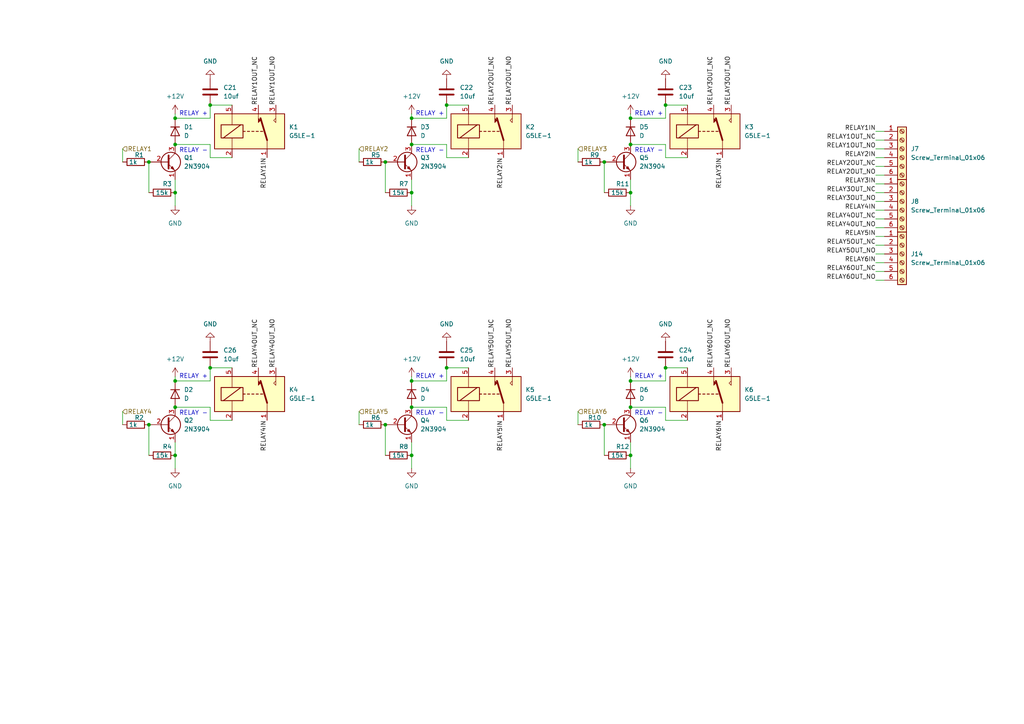
<source format=kicad_sch>
(kicad_sch
	(version 20231120)
	(generator "eeschema")
	(generator_version "8.0")
	(uuid "9cbda0a9-9479-4392-b9f3-9d8ef37f414a")
	(paper "A4")
	(lib_symbols
		(symbol "Connector:Screw_Terminal_01x06"
			(pin_names
				(offset 1.016) hide)
			(exclude_from_sim no)
			(in_bom yes)
			(on_board yes)
			(property "Reference" "J"
				(at 0 7.62 0)
				(effects
					(font
						(size 1.27 1.27)
					)
				)
			)
			(property "Value" "Screw_Terminal_01x06"
				(at 0 -10.16 0)
				(effects
					(font
						(size 1.27 1.27)
					)
				)
			)
			(property "Footprint" ""
				(at 0 0 0)
				(effects
					(font
						(size 1.27 1.27)
					)
					(hide yes)
				)
			)
			(property "Datasheet" "~"
				(at 0 0 0)
				(effects
					(font
						(size 1.27 1.27)
					)
					(hide yes)
				)
			)
			(property "Description" "Generic screw terminal, single row, 01x06, script generated (kicad-library-utils/schlib/autogen/connector/)"
				(at 0 0 0)
				(effects
					(font
						(size 1.27 1.27)
					)
					(hide yes)
				)
			)
			(property "ki_keywords" "screw terminal"
				(at 0 0 0)
				(effects
					(font
						(size 1.27 1.27)
					)
					(hide yes)
				)
			)
			(property "ki_fp_filters" "TerminalBlock*:*"
				(at 0 0 0)
				(effects
					(font
						(size 1.27 1.27)
					)
					(hide yes)
				)
			)
			(symbol "Screw_Terminal_01x06_1_1"
				(rectangle
					(start -1.27 6.35)
					(end 1.27 -8.89)
					(stroke
						(width 0.254)
						(type default)
					)
					(fill
						(type background)
					)
				)
				(circle
					(center 0 -7.62)
					(radius 0.635)
					(stroke
						(width 0.1524)
						(type default)
					)
					(fill
						(type none)
					)
				)
				(circle
					(center 0 -5.08)
					(radius 0.635)
					(stroke
						(width 0.1524)
						(type default)
					)
					(fill
						(type none)
					)
				)
				(circle
					(center 0 -2.54)
					(radius 0.635)
					(stroke
						(width 0.1524)
						(type default)
					)
					(fill
						(type none)
					)
				)
				(polyline
					(pts
						(xy -0.5334 -7.2898) (xy 0.3302 -8.128)
					)
					(stroke
						(width 0.1524)
						(type default)
					)
					(fill
						(type none)
					)
				)
				(polyline
					(pts
						(xy -0.5334 -4.7498) (xy 0.3302 -5.588)
					)
					(stroke
						(width 0.1524)
						(type default)
					)
					(fill
						(type none)
					)
				)
				(polyline
					(pts
						(xy -0.5334 -2.2098) (xy 0.3302 -3.048)
					)
					(stroke
						(width 0.1524)
						(type default)
					)
					(fill
						(type none)
					)
				)
				(polyline
					(pts
						(xy -0.5334 0.3302) (xy 0.3302 -0.508)
					)
					(stroke
						(width 0.1524)
						(type default)
					)
					(fill
						(type none)
					)
				)
				(polyline
					(pts
						(xy -0.5334 2.8702) (xy 0.3302 2.032)
					)
					(stroke
						(width 0.1524)
						(type default)
					)
					(fill
						(type none)
					)
				)
				(polyline
					(pts
						(xy -0.5334 5.4102) (xy 0.3302 4.572)
					)
					(stroke
						(width 0.1524)
						(type default)
					)
					(fill
						(type none)
					)
				)
				(polyline
					(pts
						(xy -0.3556 -7.112) (xy 0.508 -7.9502)
					)
					(stroke
						(width 0.1524)
						(type default)
					)
					(fill
						(type none)
					)
				)
				(polyline
					(pts
						(xy -0.3556 -4.572) (xy 0.508 -5.4102)
					)
					(stroke
						(width 0.1524)
						(type default)
					)
					(fill
						(type none)
					)
				)
				(polyline
					(pts
						(xy -0.3556 -2.032) (xy 0.508 -2.8702)
					)
					(stroke
						(width 0.1524)
						(type default)
					)
					(fill
						(type none)
					)
				)
				(polyline
					(pts
						(xy -0.3556 0.508) (xy 0.508 -0.3302)
					)
					(stroke
						(width 0.1524)
						(type default)
					)
					(fill
						(type none)
					)
				)
				(polyline
					(pts
						(xy -0.3556 3.048) (xy 0.508 2.2098)
					)
					(stroke
						(width 0.1524)
						(type default)
					)
					(fill
						(type none)
					)
				)
				(polyline
					(pts
						(xy -0.3556 5.588) (xy 0.508 4.7498)
					)
					(stroke
						(width 0.1524)
						(type default)
					)
					(fill
						(type none)
					)
				)
				(circle
					(center 0 0)
					(radius 0.635)
					(stroke
						(width 0.1524)
						(type default)
					)
					(fill
						(type none)
					)
				)
				(circle
					(center 0 2.54)
					(radius 0.635)
					(stroke
						(width 0.1524)
						(type default)
					)
					(fill
						(type none)
					)
				)
				(circle
					(center 0 5.08)
					(radius 0.635)
					(stroke
						(width 0.1524)
						(type default)
					)
					(fill
						(type none)
					)
				)
				(pin passive line
					(at -5.08 5.08 0)
					(length 3.81)
					(name "Pin_1"
						(effects
							(font
								(size 1.27 1.27)
							)
						)
					)
					(number "1"
						(effects
							(font
								(size 1.27 1.27)
							)
						)
					)
				)
				(pin passive line
					(at -5.08 2.54 0)
					(length 3.81)
					(name "Pin_2"
						(effects
							(font
								(size 1.27 1.27)
							)
						)
					)
					(number "2"
						(effects
							(font
								(size 1.27 1.27)
							)
						)
					)
				)
				(pin passive line
					(at -5.08 0 0)
					(length 3.81)
					(name "Pin_3"
						(effects
							(font
								(size 1.27 1.27)
							)
						)
					)
					(number "3"
						(effects
							(font
								(size 1.27 1.27)
							)
						)
					)
				)
				(pin passive line
					(at -5.08 -2.54 0)
					(length 3.81)
					(name "Pin_4"
						(effects
							(font
								(size 1.27 1.27)
							)
						)
					)
					(number "4"
						(effects
							(font
								(size 1.27 1.27)
							)
						)
					)
				)
				(pin passive line
					(at -5.08 -5.08 0)
					(length 3.81)
					(name "Pin_5"
						(effects
							(font
								(size 1.27 1.27)
							)
						)
					)
					(number "5"
						(effects
							(font
								(size 1.27 1.27)
							)
						)
					)
				)
				(pin passive line
					(at -5.08 -7.62 0)
					(length 3.81)
					(name "Pin_6"
						(effects
							(font
								(size 1.27 1.27)
							)
						)
					)
					(number "6"
						(effects
							(font
								(size 1.27 1.27)
							)
						)
					)
				)
			)
		)
		(symbol "Device:C"
			(pin_numbers hide)
			(pin_names
				(offset 0.254)
			)
			(exclude_from_sim no)
			(in_bom yes)
			(on_board yes)
			(property "Reference" "C"
				(at 0.635 2.54 0)
				(effects
					(font
						(size 1.27 1.27)
					)
					(justify left)
				)
			)
			(property "Value" "C"
				(at 0.635 -2.54 0)
				(effects
					(font
						(size 1.27 1.27)
					)
					(justify left)
				)
			)
			(property "Footprint" ""
				(at 0.9652 -3.81 0)
				(effects
					(font
						(size 1.27 1.27)
					)
					(hide yes)
				)
			)
			(property "Datasheet" "~"
				(at 0 0 0)
				(effects
					(font
						(size 1.27 1.27)
					)
					(hide yes)
				)
			)
			(property "Description" "Unpolarized capacitor"
				(at 0 0 0)
				(effects
					(font
						(size 1.27 1.27)
					)
					(hide yes)
				)
			)
			(property "ki_keywords" "cap capacitor"
				(at 0 0 0)
				(effects
					(font
						(size 1.27 1.27)
					)
					(hide yes)
				)
			)
			(property "ki_fp_filters" "C_*"
				(at 0 0 0)
				(effects
					(font
						(size 1.27 1.27)
					)
					(hide yes)
				)
			)
			(symbol "C_0_1"
				(polyline
					(pts
						(xy -2.032 -0.762) (xy 2.032 -0.762)
					)
					(stroke
						(width 0.508)
						(type default)
					)
					(fill
						(type none)
					)
				)
				(polyline
					(pts
						(xy -2.032 0.762) (xy 2.032 0.762)
					)
					(stroke
						(width 0.508)
						(type default)
					)
					(fill
						(type none)
					)
				)
			)
			(symbol "C_1_1"
				(pin passive line
					(at 0 3.81 270)
					(length 2.794)
					(name "~"
						(effects
							(font
								(size 1.27 1.27)
							)
						)
					)
					(number "1"
						(effects
							(font
								(size 1.27 1.27)
							)
						)
					)
				)
				(pin passive line
					(at 0 -3.81 90)
					(length 2.794)
					(name "~"
						(effects
							(font
								(size 1.27 1.27)
							)
						)
					)
					(number "2"
						(effects
							(font
								(size 1.27 1.27)
							)
						)
					)
				)
			)
		)
		(symbol "Device:D"
			(pin_numbers hide)
			(pin_names
				(offset 1.016) hide)
			(exclude_from_sim no)
			(in_bom yes)
			(on_board yes)
			(property "Reference" "D"
				(at 0 2.54 0)
				(effects
					(font
						(size 1.27 1.27)
					)
				)
			)
			(property "Value" "D"
				(at 0 -2.54 0)
				(effects
					(font
						(size 1.27 1.27)
					)
				)
			)
			(property "Footprint" ""
				(at 0 0 0)
				(effects
					(font
						(size 1.27 1.27)
					)
					(hide yes)
				)
			)
			(property "Datasheet" "~"
				(at 0 0 0)
				(effects
					(font
						(size 1.27 1.27)
					)
					(hide yes)
				)
			)
			(property "Description" "Diode"
				(at 0 0 0)
				(effects
					(font
						(size 1.27 1.27)
					)
					(hide yes)
				)
			)
			(property "Sim.Device" "D"
				(at 0 0 0)
				(effects
					(font
						(size 1.27 1.27)
					)
					(hide yes)
				)
			)
			(property "Sim.Pins" "1=K 2=A"
				(at 0 0 0)
				(effects
					(font
						(size 1.27 1.27)
					)
					(hide yes)
				)
			)
			(property "ki_keywords" "diode"
				(at 0 0 0)
				(effects
					(font
						(size 1.27 1.27)
					)
					(hide yes)
				)
			)
			(property "ki_fp_filters" "TO-???* *_Diode_* *SingleDiode* D_*"
				(at 0 0 0)
				(effects
					(font
						(size 1.27 1.27)
					)
					(hide yes)
				)
			)
			(symbol "D_0_1"
				(polyline
					(pts
						(xy -1.27 1.27) (xy -1.27 -1.27)
					)
					(stroke
						(width 0.254)
						(type default)
					)
					(fill
						(type none)
					)
				)
				(polyline
					(pts
						(xy 1.27 0) (xy -1.27 0)
					)
					(stroke
						(width 0)
						(type default)
					)
					(fill
						(type none)
					)
				)
				(polyline
					(pts
						(xy 1.27 1.27) (xy 1.27 -1.27) (xy -1.27 0) (xy 1.27 1.27)
					)
					(stroke
						(width 0.254)
						(type default)
					)
					(fill
						(type none)
					)
				)
			)
			(symbol "D_1_1"
				(pin passive line
					(at -3.81 0 0)
					(length 2.54)
					(name "K"
						(effects
							(font
								(size 1.27 1.27)
							)
						)
					)
					(number "1"
						(effects
							(font
								(size 1.27 1.27)
							)
						)
					)
				)
				(pin passive line
					(at 3.81 0 180)
					(length 2.54)
					(name "A"
						(effects
							(font
								(size 1.27 1.27)
							)
						)
					)
					(number "2"
						(effects
							(font
								(size 1.27 1.27)
							)
						)
					)
				)
			)
		)
		(symbol "Device:R"
			(pin_numbers hide)
			(pin_names
				(offset 0)
			)
			(exclude_from_sim no)
			(in_bom yes)
			(on_board yes)
			(property "Reference" "R"
				(at 2.032 0 90)
				(effects
					(font
						(size 1.27 1.27)
					)
				)
			)
			(property "Value" "R"
				(at 0 0 90)
				(effects
					(font
						(size 1.27 1.27)
					)
				)
			)
			(property "Footprint" ""
				(at -1.778 0 90)
				(effects
					(font
						(size 1.27 1.27)
					)
					(hide yes)
				)
			)
			(property "Datasheet" "~"
				(at 0 0 0)
				(effects
					(font
						(size 1.27 1.27)
					)
					(hide yes)
				)
			)
			(property "Description" "Resistor"
				(at 0 0 0)
				(effects
					(font
						(size 1.27 1.27)
					)
					(hide yes)
				)
			)
			(property "ki_keywords" "R res resistor"
				(at 0 0 0)
				(effects
					(font
						(size 1.27 1.27)
					)
					(hide yes)
				)
			)
			(property "ki_fp_filters" "R_*"
				(at 0 0 0)
				(effects
					(font
						(size 1.27 1.27)
					)
					(hide yes)
				)
			)
			(symbol "R_0_1"
				(rectangle
					(start -1.016 -2.54)
					(end 1.016 2.54)
					(stroke
						(width 0.254)
						(type default)
					)
					(fill
						(type none)
					)
				)
			)
			(symbol "R_1_1"
				(pin passive line
					(at 0 3.81 270)
					(length 1.27)
					(name "~"
						(effects
							(font
								(size 1.27 1.27)
							)
						)
					)
					(number "1"
						(effects
							(font
								(size 1.27 1.27)
							)
						)
					)
				)
				(pin passive line
					(at 0 -3.81 90)
					(length 1.27)
					(name "~"
						(effects
							(font
								(size 1.27 1.27)
							)
						)
					)
					(number "2"
						(effects
							(font
								(size 1.27 1.27)
							)
						)
					)
				)
			)
		)
		(symbol "Relay:G5LE-1"
			(exclude_from_sim no)
			(in_bom yes)
			(on_board yes)
			(property "Reference" "K"
				(at 11.43 3.81 0)
				(effects
					(font
						(size 1.27 1.27)
					)
					(justify left)
				)
			)
			(property "Value" "G5LE-1"
				(at 11.43 1.27 0)
				(effects
					(font
						(size 1.27 1.27)
					)
					(justify left)
				)
			)
			(property "Footprint" "Relay_THT:Relay_SPDT_Omron-G5LE-1"
				(at 11.43 -1.27 0)
				(effects
					(font
						(size 1.27 1.27)
					)
					(justify left)
					(hide yes)
				)
			)
			(property "Datasheet" "http://www.omron.com/ecb/products/pdf/en-g5le.pdf"
				(at 0 0 0)
				(effects
					(font
						(size 1.27 1.27)
					)
					(hide yes)
				)
			)
			(property "Description" "Omron G5LE relay, Miniature Single Pole, SPDT, 10A"
				(at 0 0 0)
				(effects
					(font
						(size 1.27 1.27)
					)
					(hide yes)
				)
			)
			(property "ki_keywords" "Miniature Single Pole Relay"
				(at 0 0 0)
				(effects
					(font
						(size 1.27 1.27)
					)
					(hide yes)
				)
			)
			(property "ki_fp_filters" "Relay*SPDT*Omron*G5LE?1*"
				(at 0 0 0)
				(effects
					(font
						(size 1.27 1.27)
					)
					(hide yes)
				)
			)
			(symbol "G5LE-1_0_0"
				(polyline
					(pts
						(xy 7.62 5.08) (xy 7.62 2.54) (xy 6.985 3.175) (xy 7.62 3.81)
					)
					(stroke
						(width 0)
						(type default)
					)
					(fill
						(type none)
					)
				)
			)
			(symbol "G5LE-1_0_1"
				(rectangle
					(start -10.16 5.08)
					(end 10.16 -5.08)
					(stroke
						(width 0.254)
						(type default)
					)
					(fill
						(type background)
					)
				)
				(rectangle
					(start -8.255 1.905)
					(end -1.905 -1.905)
					(stroke
						(width 0.254)
						(type default)
					)
					(fill
						(type none)
					)
				)
				(polyline
					(pts
						(xy -7.62 -1.905) (xy -2.54 1.905)
					)
					(stroke
						(width 0.254)
						(type default)
					)
					(fill
						(type none)
					)
				)
				(polyline
					(pts
						(xy -5.08 -5.08) (xy -5.08 -1.905)
					)
					(stroke
						(width 0)
						(type default)
					)
					(fill
						(type none)
					)
				)
				(polyline
					(pts
						(xy -5.08 5.08) (xy -5.08 1.905)
					)
					(stroke
						(width 0)
						(type default)
					)
					(fill
						(type none)
					)
				)
				(polyline
					(pts
						(xy -1.905 0) (xy -1.27 0)
					)
					(stroke
						(width 0.254)
						(type default)
					)
					(fill
						(type none)
					)
				)
				(polyline
					(pts
						(xy -0.635 0) (xy 0 0)
					)
					(stroke
						(width 0.254)
						(type default)
					)
					(fill
						(type none)
					)
				)
				(polyline
					(pts
						(xy 0.635 0) (xy 1.27 0)
					)
					(stroke
						(width 0.254)
						(type default)
					)
					(fill
						(type none)
					)
				)
				(polyline
					(pts
						(xy 1.905 0) (xy 2.54 0)
					)
					(stroke
						(width 0.254)
						(type default)
					)
					(fill
						(type none)
					)
				)
				(polyline
					(pts
						(xy 3.175 0) (xy 3.81 0)
					)
					(stroke
						(width 0.254)
						(type default)
					)
					(fill
						(type none)
					)
				)
				(polyline
					(pts
						(xy 5.08 -2.54) (xy 3.175 3.81)
					)
					(stroke
						(width 0.508)
						(type default)
					)
					(fill
						(type none)
					)
				)
				(polyline
					(pts
						(xy 5.08 -2.54) (xy 5.08 -5.08)
					)
					(stroke
						(width 0)
						(type default)
					)
					(fill
						(type none)
					)
				)
				(polyline
					(pts
						(xy 2.54 5.08) (xy 2.54 2.54) (xy 3.175 3.175) (xy 2.54 3.81)
					)
					(stroke
						(width 0)
						(type default)
					)
					(fill
						(type outline)
					)
				)
			)
			(symbol "G5LE-1_1_1"
				(pin passive line
					(at 5.08 -7.62 90)
					(length 2.54)
					(name "~"
						(effects
							(font
								(size 1.27 1.27)
							)
						)
					)
					(number "1"
						(effects
							(font
								(size 1.27 1.27)
							)
						)
					)
				)
				(pin passive line
					(at -5.08 -7.62 90)
					(length 2.54)
					(name "~"
						(effects
							(font
								(size 1.27 1.27)
							)
						)
					)
					(number "2"
						(effects
							(font
								(size 1.27 1.27)
							)
						)
					)
				)
				(pin passive line
					(at 7.62 7.62 270)
					(length 2.54)
					(name "~"
						(effects
							(font
								(size 1.27 1.27)
							)
						)
					)
					(number "3"
						(effects
							(font
								(size 1.27 1.27)
							)
						)
					)
				)
				(pin passive line
					(at 2.54 7.62 270)
					(length 2.54)
					(name "~"
						(effects
							(font
								(size 1.27 1.27)
							)
						)
					)
					(number "4"
						(effects
							(font
								(size 1.27 1.27)
							)
						)
					)
				)
				(pin passive line
					(at -5.08 7.62 270)
					(length 2.54)
					(name "~"
						(effects
							(font
								(size 1.27 1.27)
							)
						)
					)
					(number "5"
						(effects
							(font
								(size 1.27 1.27)
							)
						)
					)
				)
			)
		)
		(symbol "Transistor_BJT:2N3904"
			(pin_names
				(offset 0) hide)
			(exclude_from_sim no)
			(in_bom yes)
			(on_board yes)
			(property "Reference" "Q"
				(at 5.08 1.905 0)
				(effects
					(font
						(size 1.27 1.27)
					)
					(justify left)
				)
			)
			(property "Value" "2N3904"
				(at 5.08 0 0)
				(effects
					(font
						(size 1.27 1.27)
					)
					(justify left)
				)
			)
			(property "Footprint" "Package_TO_SOT_THT:TO-92_Inline"
				(at 5.08 -1.905 0)
				(effects
					(font
						(size 1.27 1.27)
						(italic yes)
					)
					(justify left)
					(hide yes)
				)
			)
			(property "Datasheet" "https://www.onsemi.com/pub/Collateral/2N3903-D.PDF"
				(at 0 0 0)
				(effects
					(font
						(size 1.27 1.27)
					)
					(justify left)
					(hide yes)
				)
			)
			(property "Description" "0.2A Ic, 40V Vce, Small Signal NPN Transistor, TO-92"
				(at 0 0 0)
				(effects
					(font
						(size 1.27 1.27)
					)
					(hide yes)
				)
			)
			(property "ki_keywords" "NPN Transistor"
				(at 0 0 0)
				(effects
					(font
						(size 1.27 1.27)
					)
					(hide yes)
				)
			)
			(property "ki_fp_filters" "TO?92*"
				(at 0 0 0)
				(effects
					(font
						(size 1.27 1.27)
					)
					(hide yes)
				)
			)
			(symbol "2N3904_0_1"
				(polyline
					(pts
						(xy 0.635 0.635) (xy 2.54 2.54)
					)
					(stroke
						(width 0)
						(type default)
					)
					(fill
						(type none)
					)
				)
				(polyline
					(pts
						(xy 0.635 -0.635) (xy 2.54 -2.54) (xy 2.54 -2.54)
					)
					(stroke
						(width 0)
						(type default)
					)
					(fill
						(type none)
					)
				)
				(polyline
					(pts
						(xy 0.635 1.905) (xy 0.635 -1.905) (xy 0.635 -1.905)
					)
					(stroke
						(width 0.508)
						(type default)
					)
					(fill
						(type none)
					)
				)
				(polyline
					(pts
						(xy 1.27 -1.778) (xy 1.778 -1.27) (xy 2.286 -2.286) (xy 1.27 -1.778) (xy 1.27 -1.778)
					)
					(stroke
						(width 0)
						(type default)
					)
					(fill
						(type outline)
					)
				)
				(circle
					(center 1.27 0)
					(radius 2.8194)
					(stroke
						(width 0.254)
						(type default)
					)
					(fill
						(type none)
					)
				)
			)
			(symbol "2N3904_1_1"
				(pin passive line
					(at 2.54 -5.08 90)
					(length 2.54)
					(name "E"
						(effects
							(font
								(size 1.27 1.27)
							)
						)
					)
					(number "1"
						(effects
							(font
								(size 1.27 1.27)
							)
						)
					)
				)
				(pin passive line
					(at -5.08 0 0)
					(length 5.715)
					(name "B"
						(effects
							(font
								(size 1.27 1.27)
							)
						)
					)
					(number "2"
						(effects
							(font
								(size 1.27 1.27)
							)
						)
					)
				)
				(pin passive line
					(at 2.54 5.08 270)
					(length 2.54)
					(name "C"
						(effects
							(font
								(size 1.27 1.27)
							)
						)
					)
					(number "3"
						(effects
							(font
								(size 1.27 1.27)
							)
						)
					)
				)
			)
		)
		(symbol "power:+12V"
			(power)
			(pin_numbers hide)
			(pin_names
				(offset 0) hide)
			(exclude_from_sim no)
			(in_bom yes)
			(on_board yes)
			(property "Reference" "#PWR"
				(at 0 -3.81 0)
				(effects
					(font
						(size 1.27 1.27)
					)
					(hide yes)
				)
			)
			(property "Value" "+12V"
				(at 0 3.556 0)
				(effects
					(font
						(size 1.27 1.27)
					)
				)
			)
			(property "Footprint" ""
				(at 0 0 0)
				(effects
					(font
						(size 1.27 1.27)
					)
					(hide yes)
				)
			)
			(property "Datasheet" ""
				(at 0 0 0)
				(effects
					(font
						(size 1.27 1.27)
					)
					(hide yes)
				)
			)
			(property "Description" "Power symbol creates a global label with name \"+12V\""
				(at 0 0 0)
				(effects
					(font
						(size 1.27 1.27)
					)
					(hide yes)
				)
			)
			(property "ki_keywords" "global power"
				(at 0 0 0)
				(effects
					(font
						(size 1.27 1.27)
					)
					(hide yes)
				)
			)
			(symbol "+12V_0_1"
				(polyline
					(pts
						(xy -0.762 1.27) (xy 0 2.54)
					)
					(stroke
						(width 0)
						(type default)
					)
					(fill
						(type none)
					)
				)
				(polyline
					(pts
						(xy 0 0) (xy 0 2.54)
					)
					(stroke
						(width 0)
						(type default)
					)
					(fill
						(type none)
					)
				)
				(polyline
					(pts
						(xy 0 2.54) (xy 0.762 1.27)
					)
					(stroke
						(width 0)
						(type default)
					)
					(fill
						(type none)
					)
				)
			)
			(symbol "+12V_1_1"
				(pin power_in line
					(at 0 0 90)
					(length 0)
					(name "~"
						(effects
							(font
								(size 1.27 1.27)
							)
						)
					)
					(number "1"
						(effects
							(font
								(size 1.27 1.27)
							)
						)
					)
				)
			)
		)
		(symbol "power:GND"
			(power)
			(pin_numbers hide)
			(pin_names
				(offset 0) hide)
			(exclude_from_sim no)
			(in_bom yes)
			(on_board yes)
			(property "Reference" "#PWR"
				(at 0 -6.35 0)
				(effects
					(font
						(size 1.27 1.27)
					)
					(hide yes)
				)
			)
			(property "Value" "GND"
				(at 0 -3.81 0)
				(effects
					(font
						(size 1.27 1.27)
					)
				)
			)
			(property "Footprint" ""
				(at 0 0 0)
				(effects
					(font
						(size 1.27 1.27)
					)
					(hide yes)
				)
			)
			(property "Datasheet" ""
				(at 0 0 0)
				(effects
					(font
						(size 1.27 1.27)
					)
					(hide yes)
				)
			)
			(property "Description" "Power symbol creates a global label with name \"GND\" , ground"
				(at 0 0 0)
				(effects
					(font
						(size 1.27 1.27)
					)
					(hide yes)
				)
			)
			(property "ki_keywords" "global power"
				(at 0 0 0)
				(effects
					(font
						(size 1.27 1.27)
					)
					(hide yes)
				)
			)
			(symbol "GND_0_1"
				(polyline
					(pts
						(xy 0 0) (xy 0 -1.27) (xy 1.27 -1.27) (xy 0 -2.54) (xy -1.27 -1.27) (xy 0 -1.27)
					)
					(stroke
						(width 0)
						(type default)
					)
					(fill
						(type none)
					)
				)
			)
			(symbol "GND_1_1"
				(pin power_in line
					(at 0 0 270)
					(length 0)
					(name "~"
						(effects
							(font
								(size 1.27 1.27)
							)
						)
					)
					(number "1"
						(effects
							(font
								(size 1.27 1.27)
							)
						)
					)
				)
			)
		)
	)
	(junction
		(at 119.38 41.91)
		(diameter 0)
		(color 0 0 0 0)
		(uuid "01041649-1a66-4647-9350-b541c502ebcd")
	)
	(junction
		(at 182.88 110.49)
		(diameter 0)
		(color 0 0 0 0)
		(uuid "2a25a3ed-8e20-4ef3-97d2-a55d4b8a1946")
	)
	(junction
		(at 60.96 106.68)
		(diameter 0)
		(color 0 0 0 0)
		(uuid "34ab9eb2-2fcc-406f-8c29-adc1e296d103")
	)
	(junction
		(at 43.18 123.19)
		(diameter 0)
		(color 0 0 0 0)
		(uuid "3c11b2d9-c8bd-4603-8e8b-bb6841ee799d")
	)
	(junction
		(at 119.38 110.49)
		(diameter 0)
		(color 0 0 0 0)
		(uuid "41e0c20e-f4b6-44ad-9efb-bfe190c4e61b")
	)
	(junction
		(at 193.04 106.68)
		(diameter 0)
		(color 0 0 0 0)
		(uuid "496132bf-62da-478d-afef-4ce34e313da7")
	)
	(junction
		(at 129.54 106.68)
		(diameter 0)
		(color 0 0 0 0)
		(uuid "54733d11-1243-4786-bef4-dd97d495605e")
	)
	(junction
		(at 60.96 30.48)
		(diameter 0)
		(color 0 0 0 0)
		(uuid "55892c9f-455a-438d-b024-fc105c76ad60")
	)
	(junction
		(at 182.88 55.88)
		(diameter 0)
		(color 0 0 0 0)
		(uuid "57fa4d64-eee5-4fad-a683-51b7e6eb95e5")
	)
	(junction
		(at 50.8 132.08)
		(diameter 0)
		(color 0 0 0 0)
		(uuid "610158b9-1319-4eb3-b860-8b8c464a9834")
	)
	(junction
		(at 182.88 34.29)
		(diameter 0)
		(color 0 0 0 0)
		(uuid "6be98261-a78a-4d25-a2f3-700c4f3260dc")
	)
	(junction
		(at 193.04 30.48)
		(diameter 0)
		(color 0 0 0 0)
		(uuid "711fb65e-4834-4a9a-a62d-25ceac1cb387")
	)
	(junction
		(at 50.8 34.29)
		(diameter 0)
		(color 0 0 0 0)
		(uuid "80ff29f0-379b-4a59-a18d-5de83922fd6b")
	)
	(junction
		(at 50.8 41.91)
		(diameter 0)
		(color 0 0 0 0)
		(uuid "8170a6b1-4088-46ee-983d-75966753433f")
	)
	(junction
		(at 119.38 34.29)
		(diameter 0)
		(color 0 0 0 0)
		(uuid "8fb413cb-cf7f-4557-9a96-b6cd68b9bc89")
	)
	(junction
		(at 50.8 118.11)
		(diameter 0)
		(color 0 0 0 0)
		(uuid "950696bd-900a-4e60-a6c3-b7a5ecb95fa4")
	)
	(junction
		(at 50.8 55.88)
		(diameter 0)
		(color 0 0 0 0)
		(uuid "9cd44640-8723-4445-96fe-145bdec4b83a")
	)
	(junction
		(at 175.26 123.19)
		(diameter 0)
		(color 0 0 0 0)
		(uuid "a28809eb-5155-4aa6-83d7-665ca5e8f559")
	)
	(junction
		(at 129.54 30.48)
		(diameter 0)
		(color 0 0 0 0)
		(uuid "a2a6d274-718f-42b5-acbf-72b387433b42")
	)
	(junction
		(at 50.8 110.49)
		(diameter 0)
		(color 0 0 0 0)
		(uuid "a7c30f95-a621-4088-b384-273f183077b5")
	)
	(junction
		(at 182.88 132.08)
		(diameter 0)
		(color 0 0 0 0)
		(uuid "ba3c9a43-d872-41f7-b6b6-2d74d3053468")
	)
	(junction
		(at 175.26 46.99)
		(diameter 0)
		(color 0 0 0 0)
		(uuid "bde07513-1c5c-4ee9-93a8-18f147bc7454")
	)
	(junction
		(at 111.76 123.19)
		(diameter 0)
		(color 0 0 0 0)
		(uuid "cd2210ac-6a40-4fee-a0fa-87d5c60852aa")
	)
	(junction
		(at 119.38 55.88)
		(diameter 0)
		(color 0 0 0 0)
		(uuid "cea8e4c5-ebac-4853-b65d-dbe93b841534")
	)
	(junction
		(at 111.76 46.99)
		(diameter 0)
		(color 0 0 0 0)
		(uuid "d301a99f-449d-498f-867e-64240d5144bf")
	)
	(junction
		(at 43.18 46.99)
		(diameter 0)
		(color 0 0 0 0)
		(uuid "d5b9325f-7b55-49cd-979c-868511961536")
	)
	(junction
		(at 119.38 118.11)
		(diameter 0)
		(color 0 0 0 0)
		(uuid "eba6fe12-82b4-4a5f-840b-31a0e3bfbda7")
	)
	(junction
		(at 119.38 132.08)
		(diameter 0)
		(color 0 0 0 0)
		(uuid "ebe094af-f727-40c7-a654-e97d21ac0ac0")
	)
	(junction
		(at 182.88 118.11)
		(diameter 0)
		(color 0 0 0 0)
		(uuid "f9996019-8227-4d5f-a828-738e1eb7e68a")
	)
	(junction
		(at 182.88 41.91)
		(diameter 0)
		(color 0 0 0 0)
		(uuid "fbcd02de-a6d1-449e-919c-868ed08d8f45")
	)
	(wire
		(pts
			(xy 43.18 123.19) (xy 43.18 132.08)
		)
		(stroke
			(width 0)
			(type default)
		)
		(uuid "01916e06-bb13-451c-9c3d-427f6a709c22")
	)
	(wire
		(pts
			(xy 111.76 123.19) (xy 111.76 132.08)
		)
		(stroke
			(width 0)
			(type default)
		)
		(uuid "0621b936-eed3-42f5-9a8a-93eded9959c7")
	)
	(wire
		(pts
			(xy 256.54 63.5) (xy 254 63.5)
		)
		(stroke
			(width 0)
			(type default)
		)
		(uuid "0640b004-e476-4020-96a2-2109a6975f4d")
	)
	(wire
		(pts
			(xy 135.89 45.72) (xy 129.54 45.72)
		)
		(stroke
			(width 0)
			(type default)
		)
		(uuid "07d26376-0680-4073-a6fe-3c73bafa7ad8")
	)
	(wire
		(pts
			(xy 256.54 53.34) (xy 254 53.34)
		)
		(stroke
			(width 0)
			(type default)
		)
		(uuid "08edc48d-1463-43ea-98b7-3f01825ec417")
	)
	(wire
		(pts
			(xy 193.04 30.48) (xy 193.04 34.29)
		)
		(stroke
			(width 0)
			(type default)
		)
		(uuid "0c1ffef8-ccc5-46c8-8951-3282af008137")
	)
	(wire
		(pts
			(xy 193.04 106.68) (xy 193.04 110.49)
		)
		(stroke
			(width 0)
			(type default)
		)
		(uuid "1011ae78-e638-4f7f-aea1-38fa85c7c5ee")
	)
	(wire
		(pts
			(xy 119.38 34.29) (xy 129.54 34.29)
		)
		(stroke
			(width 0)
			(type default)
		)
		(uuid "1267e6e9-0495-46a9-b712-3d985cc935ec")
	)
	(wire
		(pts
			(xy 199.39 30.48) (xy 193.04 30.48)
		)
		(stroke
			(width 0)
			(type default)
		)
		(uuid "1a07c280-b5a2-4660-bedf-77247b695e6b")
	)
	(wire
		(pts
			(xy 193.04 118.11) (xy 193.04 121.92)
		)
		(stroke
			(width 0)
			(type default)
		)
		(uuid "1aebae54-7b29-497f-baa2-511070c69f2c")
	)
	(wire
		(pts
			(xy 50.8 33.02) (xy 50.8 34.29)
		)
		(stroke
			(width 0)
			(type default)
		)
		(uuid "1c8edd00-5762-44a4-a0c3-70275190edab")
	)
	(wire
		(pts
			(xy 104.14 43.18) (xy 104.14 46.99)
		)
		(stroke
			(width 0)
			(type default)
		)
		(uuid "1df861d7-5258-4f34-b54e-42755284237d")
	)
	(wire
		(pts
			(xy 256.54 71.12) (xy 254 71.12)
		)
		(stroke
			(width 0)
			(type default)
		)
		(uuid "213b9576-4dc1-40dc-a5ea-50cbffe8ab0d")
	)
	(wire
		(pts
			(xy 182.88 132.08) (xy 182.88 135.89)
		)
		(stroke
			(width 0)
			(type default)
		)
		(uuid "25200df6-29c6-4919-8ab4-b071506a4f60")
	)
	(wire
		(pts
			(xy 256.54 48.26) (xy 254 48.26)
		)
		(stroke
			(width 0)
			(type default)
		)
		(uuid "27b918a9-1795-4e48-862a-6f5ad344c3de")
	)
	(wire
		(pts
			(xy 67.31 45.72) (xy 60.96 45.72)
		)
		(stroke
			(width 0)
			(type default)
		)
		(uuid "2d11f0fc-bc83-4c99-a396-f557512249de")
	)
	(wire
		(pts
			(xy 193.04 45.72) (xy 193.04 41.91)
		)
		(stroke
			(width 0)
			(type default)
		)
		(uuid "2d3b7aaa-4d35-44a7-ac89-b776a79f40be")
	)
	(wire
		(pts
			(xy 119.38 118.11) (xy 129.54 118.11)
		)
		(stroke
			(width 0)
			(type default)
		)
		(uuid "31cd2943-6071-4c8e-92ee-03b47ea381c2")
	)
	(wire
		(pts
			(xy 50.8 52.07) (xy 50.8 55.88)
		)
		(stroke
			(width 0)
			(type default)
		)
		(uuid "37922430-7a4a-4f6f-b8d2-1c4ca147275b")
	)
	(wire
		(pts
			(xy 104.14 119.38) (xy 104.14 123.19)
		)
		(stroke
			(width 0)
			(type default)
		)
		(uuid "397d1793-1f27-4dd0-84e2-a60620e8634e")
	)
	(wire
		(pts
			(xy 119.38 41.91) (xy 129.54 41.91)
		)
		(stroke
			(width 0)
			(type default)
		)
		(uuid "3cdf79ea-9ced-453c-bb8d-cedfd1c819f9")
	)
	(wire
		(pts
			(xy 50.8 109.22) (xy 50.8 110.49)
		)
		(stroke
			(width 0)
			(type default)
		)
		(uuid "3d45b54f-5a7f-4a4d-9f65-6c07e3609a21")
	)
	(wire
		(pts
			(xy 256.54 68.58) (xy 254 68.58)
		)
		(stroke
			(width 0)
			(type default)
		)
		(uuid "47d7e4f0-88bf-4951-8372-c287c5d6eed0")
	)
	(wire
		(pts
			(xy 119.38 109.22) (xy 119.38 110.49)
		)
		(stroke
			(width 0)
			(type default)
		)
		(uuid "4830d7e1-053b-447b-8dfd-bc7d769c7fb2")
	)
	(wire
		(pts
			(xy 119.38 33.02) (xy 119.38 34.29)
		)
		(stroke
			(width 0)
			(type default)
		)
		(uuid "489fa219-f65b-4c8c-bb42-71f2357bff67")
	)
	(wire
		(pts
			(xy 50.8 55.88) (xy 50.8 59.69)
		)
		(stroke
			(width 0)
			(type default)
		)
		(uuid "4a4cd510-f746-4b73-8c9d-e3dbf41a13f5")
	)
	(wire
		(pts
			(xy 175.26 46.99) (xy 175.26 55.88)
		)
		(stroke
			(width 0)
			(type default)
		)
		(uuid "4d2b5969-d036-4080-bb7a-f127204be304")
	)
	(wire
		(pts
			(xy 256.54 38.1) (xy 254 38.1)
		)
		(stroke
			(width 0)
			(type default)
		)
		(uuid "5061410d-0086-4004-820a-9e1c0e137872")
	)
	(wire
		(pts
			(xy 256.54 60.96) (xy 254 60.96)
		)
		(stroke
			(width 0)
			(type default)
		)
		(uuid "510e10c8-0496-4b4e-8061-adc78d9dcbd8")
	)
	(wire
		(pts
			(xy 182.88 52.07) (xy 182.88 55.88)
		)
		(stroke
			(width 0)
			(type default)
		)
		(uuid "56a0f097-0430-4274-8a92-1c12d62acde1")
	)
	(wire
		(pts
			(xy 193.04 121.92) (xy 199.39 121.92)
		)
		(stroke
			(width 0)
			(type default)
		)
		(uuid "5e4baeac-e864-4b7b-86d3-3783fa90cafd")
	)
	(wire
		(pts
			(xy 182.88 110.49) (xy 193.04 110.49)
		)
		(stroke
			(width 0)
			(type default)
		)
		(uuid "610a917a-9826-4c0f-8130-9e08b3b4e0e0")
	)
	(wire
		(pts
			(xy 50.8 132.08) (xy 50.8 135.89)
		)
		(stroke
			(width 0)
			(type default)
		)
		(uuid "642f0ff8-532e-4b34-99fa-0c09934e106c")
	)
	(wire
		(pts
			(xy 199.39 45.72) (xy 193.04 45.72)
		)
		(stroke
			(width 0)
			(type default)
		)
		(uuid "64593619-a262-4f93-bae1-605ccaff0d5b")
	)
	(wire
		(pts
			(xy 256.54 40.64) (xy 254 40.64)
		)
		(stroke
			(width 0)
			(type default)
		)
		(uuid "658db936-f15e-4304-8522-e0ffb83f8598")
	)
	(wire
		(pts
			(xy 119.38 55.88) (xy 119.38 59.69)
		)
		(stroke
			(width 0)
			(type default)
		)
		(uuid "6b624887-e554-4801-bda3-1d790cfee3d8")
	)
	(wire
		(pts
			(xy 182.88 55.88) (xy 182.88 59.69)
		)
		(stroke
			(width 0)
			(type default)
		)
		(uuid "6e1d2b46-eace-4182-90b2-88c449d474e7")
	)
	(wire
		(pts
			(xy 167.64 43.18) (xy 167.64 46.99)
		)
		(stroke
			(width 0)
			(type default)
		)
		(uuid "7155d777-c2f9-4830-9c4a-63575754df4a")
	)
	(wire
		(pts
			(xy 50.8 34.29) (xy 60.96 34.29)
		)
		(stroke
			(width 0)
			(type default)
		)
		(uuid "74b49628-c3ef-4141-ab92-6923288bbf8f")
	)
	(wire
		(pts
			(xy 256.54 55.88) (xy 254 55.88)
		)
		(stroke
			(width 0)
			(type default)
		)
		(uuid "7536103a-1234-4f8d-ad17-b14de3974602")
	)
	(wire
		(pts
			(xy 60.96 121.92) (xy 60.96 118.11)
		)
		(stroke
			(width 0)
			(type default)
		)
		(uuid "764dc26c-eacd-426c-b9c3-ed7a51e9e1b6")
	)
	(wire
		(pts
			(xy 50.8 128.27) (xy 50.8 132.08)
		)
		(stroke
			(width 0)
			(type default)
		)
		(uuid "79a24950-60f2-461a-b9b5-6507cf6b511a")
	)
	(wire
		(pts
			(xy 129.54 106.68) (xy 129.54 110.49)
		)
		(stroke
			(width 0)
			(type default)
		)
		(uuid "864fb035-01f9-47fb-bd4e-81233fbdd28a")
	)
	(wire
		(pts
			(xy 60.96 45.72) (xy 60.96 41.91)
		)
		(stroke
			(width 0)
			(type default)
		)
		(uuid "8aaac44f-c3b1-48e2-9cdc-51b5bbf033ad")
	)
	(wire
		(pts
			(xy 256.54 81.28) (xy 254 81.28)
		)
		(stroke
			(width 0)
			(type default)
		)
		(uuid "8b4c8af4-dd0b-4ac8-954e-5aff0d402b54")
	)
	(wire
		(pts
			(xy 182.88 118.11) (xy 193.04 118.11)
		)
		(stroke
			(width 0)
			(type default)
		)
		(uuid "8f06bee7-abcb-4895-af27-007ed3b7d0b7")
	)
	(wire
		(pts
			(xy 35.56 119.38) (xy 35.56 123.19)
		)
		(stroke
			(width 0)
			(type default)
		)
		(uuid "8f462e07-9a48-4d0d-ae03-4e0cb0de30c4")
	)
	(wire
		(pts
			(xy 119.38 110.49) (xy 129.54 110.49)
		)
		(stroke
			(width 0)
			(type default)
		)
		(uuid "930393fd-adcc-480f-919b-dc0ebea8e8fb")
	)
	(wire
		(pts
			(xy 256.54 76.2) (xy 254 76.2)
		)
		(stroke
			(width 0)
			(type default)
		)
		(uuid "971a000c-6ee1-470e-8516-f4e5b9a281cc")
	)
	(wire
		(pts
			(xy 256.54 50.8) (xy 254 50.8)
		)
		(stroke
			(width 0)
			(type default)
		)
		(uuid "9723cd7c-885c-4c74-9a72-e7830658a498")
	)
	(wire
		(pts
			(xy 175.26 123.19) (xy 175.26 132.08)
		)
		(stroke
			(width 0)
			(type default)
		)
		(uuid "9ab16d4a-c23f-4f1f-bfb7-c1cf1f7d94f5")
	)
	(wire
		(pts
			(xy 67.31 121.92) (xy 60.96 121.92)
		)
		(stroke
			(width 0)
			(type default)
		)
		(uuid "9c37bd1a-e1dc-4c99-ab27-7d0c8851ca05")
	)
	(wire
		(pts
			(xy 256.54 73.66) (xy 254 73.66)
		)
		(stroke
			(width 0)
			(type default)
		)
		(uuid "9fe34caa-c71c-4302-863f-e238c4b6cfd3")
	)
	(wire
		(pts
			(xy 60.96 106.68) (xy 60.96 110.49)
		)
		(stroke
			(width 0)
			(type default)
		)
		(uuid "a037d322-3e88-4b49-bc6d-bdcad540c269")
	)
	(wire
		(pts
			(xy 256.54 58.42) (xy 254 58.42)
		)
		(stroke
			(width 0)
			(type default)
		)
		(uuid "a09c5a42-8a18-462a-833e-674ca5c26045")
	)
	(wire
		(pts
			(xy 135.89 30.48) (xy 129.54 30.48)
		)
		(stroke
			(width 0)
			(type default)
		)
		(uuid "a41fa139-1b41-4f94-b99f-e02d3eedf724")
	)
	(wire
		(pts
			(xy 60.96 30.48) (xy 60.96 34.29)
		)
		(stroke
			(width 0)
			(type default)
		)
		(uuid "a42aaec7-65b2-4b55-ae24-843e39c078d2")
	)
	(wire
		(pts
			(xy 167.64 119.38) (xy 167.64 123.19)
		)
		(stroke
			(width 0)
			(type default)
		)
		(uuid "a59d2989-03bd-415e-b9dc-6bd6a6f23188")
	)
	(wire
		(pts
			(xy 111.76 46.99) (xy 111.76 55.88)
		)
		(stroke
			(width 0)
			(type default)
		)
		(uuid "aa1c5de6-e361-4ce2-ab86-ea53c8749795")
	)
	(wire
		(pts
			(xy 182.88 34.29) (xy 193.04 34.29)
		)
		(stroke
			(width 0)
			(type default)
		)
		(uuid "ac3ab63d-03f5-4b2d-b4e5-9b09e9fc2f83")
	)
	(wire
		(pts
			(xy 50.8 110.49) (xy 60.96 110.49)
		)
		(stroke
			(width 0)
			(type default)
		)
		(uuid "b159b8f6-6116-481f-8a15-c4ec5679dea3")
	)
	(wire
		(pts
			(xy 256.54 43.18) (xy 254 43.18)
		)
		(stroke
			(width 0)
			(type default)
		)
		(uuid "b175a53f-ab11-437c-bee7-fda678a81d31")
	)
	(wire
		(pts
			(xy 129.54 45.72) (xy 129.54 41.91)
		)
		(stroke
			(width 0)
			(type default)
		)
		(uuid "b6553247-cf9f-432f-8403-20a5c7a74f56")
	)
	(wire
		(pts
			(xy 256.54 66.04) (xy 254 66.04)
		)
		(stroke
			(width 0)
			(type default)
		)
		(uuid "bec7d86d-24dd-4284-bf4c-84c67dd1e944")
	)
	(wire
		(pts
			(xy 182.88 41.91) (xy 193.04 41.91)
		)
		(stroke
			(width 0)
			(type default)
		)
		(uuid "c218e0d1-4723-49f2-8e65-afd40a03acd4")
	)
	(wire
		(pts
			(xy 50.8 118.11) (xy 60.96 118.11)
		)
		(stroke
			(width 0)
			(type default)
		)
		(uuid "c3446963-3b13-45d3-8b03-9e725e3b8567")
	)
	(wire
		(pts
			(xy 43.18 46.99) (xy 43.18 55.88)
		)
		(stroke
			(width 0)
			(type default)
		)
		(uuid "c5ac9914-9d80-4bc6-99d5-29ed8d3b5260")
	)
	(wire
		(pts
			(xy 135.89 121.92) (xy 129.54 121.92)
		)
		(stroke
			(width 0)
			(type default)
		)
		(uuid "cc5c70be-8eb7-4d76-be96-dbe347b5a110")
	)
	(wire
		(pts
			(xy 129.54 30.48) (xy 129.54 34.29)
		)
		(stroke
			(width 0)
			(type default)
		)
		(uuid "d1f699e4-a01c-46b9-a361-30c94b2ec191")
	)
	(wire
		(pts
			(xy 119.38 128.27) (xy 119.38 132.08)
		)
		(stroke
			(width 0)
			(type default)
		)
		(uuid "d23f0ea2-25b6-47c2-befd-9d0535452304")
	)
	(wire
		(pts
			(xy 256.54 78.74) (xy 254 78.74)
		)
		(stroke
			(width 0)
			(type default)
		)
		(uuid "de9e9a94-5368-459f-96c9-1675263c7535")
	)
	(wire
		(pts
			(xy 119.38 52.07) (xy 119.38 55.88)
		)
		(stroke
			(width 0)
			(type default)
		)
		(uuid "e6b4e147-2204-4002-b8fe-8890aa0032c8")
	)
	(wire
		(pts
			(xy 135.89 106.68) (xy 129.54 106.68)
		)
		(stroke
			(width 0)
			(type default)
		)
		(uuid "e6fb0d96-0b4b-49cc-b963-171c91548925")
	)
	(wire
		(pts
			(xy 256.54 45.72) (xy 254 45.72)
		)
		(stroke
			(width 0)
			(type default)
		)
		(uuid "e99c0100-3a4a-4bc9-ba2f-95bf910fbf27")
	)
	(wire
		(pts
			(xy 67.31 30.48) (xy 60.96 30.48)
		)
		(stroke
			(width 0)
			(type default)
		)
		(uuid "ef54795d-8f35-4ce9-9e06-b680654a36ea")
	)
	(wire
		(pts
			(xy 182.88 109.22) (xy 182.88 110.49)
		)
		(stroke
			(width 0)
			(type default)
		)
		(uuid "f0be7bc3-0a6e-4064-9d91-49b405eb78cd")
	)
	(wire
		(pts
			(xy 182.88 33.02) (xy 182.88 34.29)
		)
		(stroke
			(width 0)
			(type default)
		)
		(uuid "f203f213-d250-4d98-9f59-d4ecabf931d8")
	)
	(wire
		(pts
			(xy 182.88 128.27) (xy 182.88 132.08)
		)
		(stroke
			(width 0)
			(type default)
		)
		(uuid "f26c5eff-d539-4649-bcc3-a9c4b5e7a4e8")
	)
	(wire
		(pts
			(xy 119.38 132.08) (xy 119.38 135.89)
		)
		(stroke
			(width 0)
			(type default)
		)
		(uuid "f39cf0ac-85cb-4b85-ae89-c44201cff28f")
	)
	(wire
		(pts
			(xy 129.54 121.92) (xy 129.54 118.11)
		)
		(stroke
			(width 0)
			(type default)
		)
		(uuid "f93c72b7-56ab-44c2-bbde-4fc93ae2b2c7")
	)
	(wire
		(pts
			(xy 67.31 106.68) (xy 60.96 106.68)
		)
		(stroke
			(width 0)
			(type default)
		)
		(uuid "fa385bde-b68c-4ed6-bf0a-f5c87eb8fab1")
	)
	(wire
		(pts
			(xy 50.8 41.91) (xy 60.96 41.91)
		)
		(stroke
			(width 0)
			(type default)
		)
		(uuid "fd733bfb-439a-4b7e-81a1-21efd1277b85")
	)
	(wire
		(pts
			(xy 199.39 106.68) (xy 193.04 106.68)
		)
		(stroke
			(width 0)
			(type default)
		)
		(uuid "fd789d39-cbbe-4625-be68-07bd9bb72383")
	)
	(wire
		(pts
			(xy 35.56 43.18) (xy 35.56 46.99)
		)
		(stroke
			(width 0)
			(type default)
		)
		(uuid "ffb6fdef-3589-4a62-a912-e2a775580230")
	)
	(text "RELAY +\n"
		(exclude_from_sim no)
		(at 124.714 33.02 0)
		(effects
			(font
				(size 1.27 1.27)
			)
		)
		(uuid "20c53a8b-21b7-496d-8bf2-ed1a05e192b0")
	)
	(text "RELAY -"
		(exclude_from_sim no)
		(at 56.134 119.888 0)
		(effects
			(font
				(size 1.27 1.27)
			)
		)
		(uuid "3e012718-a1e3-4b12-b54d-afcf97eab538")
	)
	(text "RELAY -"
		(exclude_from_sim no)
		(at 124.714 119.888 0)
		(effects
			(font
				(size 1.27 1.27)
			)
		)
		(uuid "49f89772-67f7-4da3-b0df-49a3fd074c12")
	)
	(text "RELAY -"
		(exclude_from_sim no)
		(at 188.214 119.888 0)
		(effects
			(font
				(size 1.27 1.27)
			)
		)
		(uuid "54830417-63c8-4bff-a028-4b75db51be08")
	)
	(text "RELAY +\n"
		(exclude_from_sim no)
		(at 188.214 33.02 0)
		(effects
			(font
				(size 1.27 1.27)
			)
		)
		(uuid "61e7e605-52fe-450b-b06d-5c3c2c2b74d7")
	)
	(text "RELAY -"
		(exclude_from_sim no)
		(at 124.714 43.688 0)
		(effects
			(font
				(size 1.27 1.27)
			)
		)
		(uuid "68d51a75-b22e-46cb-b7f4-0ba8f415f738")
	)
	(text "RELAY +\n"
		(exclude_from_sim no)
		(at 188.214 109.22 0)
		(effects
			(font
				(size 1.27 1.27)
			)
		)
		(uuid "84608dbc-6208-48d3-b87c-6a18457561fd")
	)
	(text "RELAY -"
		(exclude_from_sim no)
		(at 56.134 43.688 0)
		(effects
			(font
				(size 1.27 1.27)
			)
		)
		(uuid "8972f0be-d0fb-408f-b87f-eba86c59e1f3")
	)
	(text "RELAY +\n"
		(exclude_from_sim no)
		(at 56.134 109.22 0)
		(effects
			(font
				(size 1.27 1.27)
			)
		)
		(uuid "abf4ea9c-53a9-4b91-a0f8-97d75afadf80")
	)
	(text "RELAY +\n"
		(exclude_from_sim no)
		(at 56.134 33.02 0)
		(effects
			(font
				(size 1.27 1.27)
			)
		)
		(uuid "d2fa6d4f-468a-4bd0-8fa6-bfa29d5bed15")
	)
	(text "RELAY -"
		(exclude_from_sim no)
		(at 188.214 43.688 0)
		(effects
			(font
				(size 1.27 1.27)
			)
		)
		(uuid "d71efbf2-d54c-47c1-ab7b-a80a5994b0bb")
	)
	(text "RELAY +\n"
		(exclude_from_sim no)
		(at 124.714 109.22 0)
		(effects
			(font
				(size 1.27 1.27)
			)
		)
		(uuid "fc6a6f46-bd62-47b6-bfba-8a5060c8e0fe")
	)
	(label "RELAY1OUT_NO"
		(at 80.01 30.48 90)
		(fields_autoplaced yes)
		(effects
			(font
				(size 1.27 1.27)
			)
			(justify left bottom)
		)
		(uuid "025f1bf9-cd26-470d-ba16-44386257c087")
	)
	(label "RELAY3OUT_NO"
		(at 254 58.42 180)
		(fields_autoplaced yes)
		(effects
			(font
				(size 1.27 1.27)
			)
			(justify right bottom)
		)
		(uuid "0b52ccbf-87b2-4f59-b5e2-f04f415aa4e9")
	)
	(label "RELAY1IN"
		(at 77.47 45.72 270)
		(fields_autoplaced yes)
		(effects
			(font
				(size 1.27 1.27)
			)
			(justify right bottom)
		)
		(uuid "0dcba1c0-5b29-4641-b305-382617a60b96")
	)
	(label "RELAY2IN"
		(at 254 45.72 180)
		(fields_autoplaced yes)
		(effects
			(font
				(size 1.27 1.27)
			)
			(justify right bottom)
		)
		(uuid "0eb48ea2-fa83-4e11-96b5-bcdf5ebfb875")
	)
	(label "RELAY1IN"
		(at 254 38.1 180)
		(fields_autoplaced yes)
		(effects
			(font
				(size 1.27 1.27)
			)
			(justify right bottom)
		)
		(uuid "0ee41b2e-3250-4bdb-9ba1-d7b7264f2852")
	)
	(label "RELAY4OUT_NO"
		(at 254 66.04 180)
		(fields_autoplaced yes)
		(effects
			(font
				(size 1.27 1.27)
			)
			(justify right bottom)
		)
		(uuid "0f5ca7fd-e0f2-485b-afd6-628a27fe6cd0")
	)
	(label "RELAY4IN"
		(at 77.47 121.92 270)
		(fields_autoplaced yes)
		(effects
			(font
				(size 1.27 1.27)
			)
			(justify right bottom)
		)
		(uuid "14719da6-ff48-4f37-abdd-0caad472b8b3")
	)
	(label "RELAY5OUT_NO"
		(at 254 73.66 180)
		(fields_autoplaced yes)
		(effects
			(font
				(size 1.27 1.27)
			)
			(justify right bottom)
		)
		(uuid "207750fb-8ec7-4cd4-aaaf-5832cb4059fc")
	)
	(label "RELAY5IN"
		(at 146.05 121.92 270)
		(fields_autoplaced yes)
		(effects
			(font
				(size 1.27 1.27)
			)
			(justify right bottom)
		)
		(uuid "315aeec0-f94c-4e7f-a01d-eece3b3b3d0b")
	)
	(label "RELAY3IN"
		(at 254 53.34 180)
		(fields_autoplaced yes)
		(effects
			(font
				(size 1.27 1.27)
			)
			(justify right bottom)
		)
		(uuid "33d9a0ce-5f3b-4a2d-93d6-29ddaf3d2cf7")
	)
	(label "RELAY6IN"
		(at 209.55 121.92 270)
		(fields_autoplaced yes)
		(effects
			(font
				(size 1.27 1.27)
			)
			(justify right bottom)
		)
		(uuid "350c1945-2e95-486b-b372-8b2853b3dea2")
	)
	(label "RELAY4OUT_NC"
		(at 74.93 106.68 90)
		(fields_autoplaced yes)
		(effects
			(font
				(size 1.27 1.27)
			)
			(justify left bottom)
		)
		(uuid "486da330-6709-4400-b177-92e9b52783da")
	)
	(label "RELAY5OUT_NC"
		(at 143.51 106.68 90)
		(fields_autoplaced yes)
		(effects
			(font
				(size 1.27 1.27)
			)
			(justify left bottom)
		)
		(uuid "4e78d9b2-8985-4435-8916-70f28474e01d")
	)
	(label "RELAY5OUT_NC"
		(at 254 71.12 180)
		(fields_autoplaced yes)
		(effects
			(font
				(size 1.27 1.27)
			)
			(justify right bottom)
		)
		(uuid "4f9e7306-b7b9-47e6-86d5-087aaf1bacde")
	)
	(label "RELAY2OUT_NO"
		(at 148.59 30.48 90)
		(fields_autoplaced yes)
		(effects
			(font
				(size 1.27 1.27)
			)
			(justify left bottom)
		)
		(uuid "5804ce8f-990f-4509-8f1e-51514189ddb3")
	)
	(label "RELAY4OUT_NO"
		(at 80.01 106.68 90)
		(fields_autoplaced yes)
		(effects
			(font
				(size 1.27 1.27)
			)
			(justify left bottom)
		)
		(uuid "66bcf73f-2443-4bd5-bf3d-e4449a3aff7c")
	)
	(label "RELAY3OUT_NC"
		(at 207.01 30.48 90)
		(fields_autoplaced yes)
		(effects
			(font
				(size 1.27 1.27)
			)
			(justify left bottom)
		)
		(uuid "679b319d-c1b9-410e-88c0-97ed2d8ba941")
	)
	(label "RELAY6OUT_NO"
		(at 254 81.28 180)
		(fields_autoplaced yes)
		(effects
			(font
				(size 1.27 1.27)
			)
			(justify right bottom)
		)
		(uuid "6bbf3405-52a1-42e8-b764-d5dc308f73cd")
	)
	(label "RELAY6OUT_NC"
		(at 207.01 106.68 90)
		(fields_autoplaced yes)
		(effects
			(font
				(size 1.27 1.27)
			)
			(justify left bottom)
		)
		(uuid "7c2d1f2a-9a35-4e93-9e27-cab47d262434")
	)
	(label "RELAY4OUT_NC"
		(at 254 63.5 180)
		(fields_autoplaced yes)
		(effects
			(font
				(size 1.27 1.27)
			)
			(justify right bottom)
		)
		(uuid "8827836f-5975-4e32-ad2c-65410f288232")
	)
	(label "RELAY1OUT_NC"
		(at 254 40.64 180)
		(fields_autoplaced yes)
		(effects
			(font
				(size 1.27 1.27)
			)
			(justify right bottom)
		)
		(uuid "89deb71b-a49f-40a9-9774-03afee81c3de")
	)
	(label "RELAY6IN"
		(at 254 76.2 180)
		(fields_autoplaced yes)
		(effects
			(font
				(size 1.27 1.27)
			)
			(justify right bottom)
		)
		(uuid "8e14364d-9d6f-42d3-b2f2-743d75c2c44f")
	)
	(label "RELAY5OUT_NO"
		(at 148.59 106.68 90)
		(fields_autoplaced yes)
		(effects
			(font
				(size 1.27 1.27)
			)
			(justify left bottom)
		)
		(uuid "906dc75f-e75b-4c0a-8db9-2d071e51e3a0")
	)
	(label "RELAY2IN"
		(at 146.05 45.72 270)
		(fields_autoplaced yes)
		(effects
			(font
				(size 1.27 1.27)
			)
			(justify right bottom)
		)
		(uuid "9ab5710c-736c-49ef-8b5d-8e22a4d20372")
	)
	(label "RELAY1OUT_NC"
		(at 74.93 30.48 90)
		(fields_autoplaced yes)
		(effects
			(font
				(size 1.27 1.27)
			)
			(justify left bottom)
		)
		(uuid "b9c75095-6cdc-44dc-ac9f-1c946bcc9770")
	)
	(label "RELAY3IN"
		(at 209.55 45.72 270)
		(fields_autoplaced yes)
		(effects
			(font
				(size 1.27 1.27)
			)
			(justify right bottom)
		)
		(uuid "bb1bdf57-f04b-4729-ae35-f6d661957a2a")
	)
	(label "RELAY3OUT_NO"
		(at 212.09 30.48 90)
		(fields_autoplaced yes)
		(effects
			(font
				(size 1.27 1.27)
			)
			(justify left bottom)
		)
		(uuid "bd3c13bb-0594-42df-a49b-8d0696c786be")
	)
	(label "RELAY2OUT_NO"
		(at 254 50.8 180)
		(fields_autoplaced yes)
		(effects
			(font
				(size 1.27 1.27)
			)
			(justify right bottom)
		)
		(uuid "be11a400-68ec-4da0-b372-7c121031ba0b")
	)
	(label "RELAY6OUT_NO"
		(at 212.09 106.68 90)
		(fields_autoplaced yes)
		(effects
			(font
				(size 1.27 1.27)
			)
			(justify left bottom)
		)
		(uuid "c7bcbf6d-3899-473e-a20d-a340aff5c4ef")
	)
	(label "RELAY5IN"
		(at 254 68.58 180)
		(fields_autoplaced yes)
		(effects
			(font
				(size 1.27 1.27)
			)
			(justify right bottom)
		)
		(uuid "ce789f09-2dc6-481c-9dda-279ae9e02249")
	)
	(label "RELAY6OUT_NC"
		(at 254 78.74 180)
		(fields_autoplaced yes)
		(effects
			(font
				(size 1.27 1.27)
			)
			(justify right bottom)
		)
		(uuid "e2908d4d-3707-43e8-8411-fbc95ff777e2")
	)
	(label "RELAY3OUT_NC"
		(at 254 55.88 180)
		(fields_autoplaced yes)
		(effects
			(font
				(size 1.27 1.27)
			)
			(justify right bottom)
		)
		(uuid "e6ddec4e-e946-4590-a966-3c58638bcd14")
	)
	(label "RELAY4IN"
		(at 254 60.96 180)
		(fields_autoplaced yes)
		(effects
			(font
				(size 1.27 1.27)
			)
			(justify right bottom)
		)
		(uuid "e7f2cdb1-cb0b-46b8-8dc3-2b6b32744eb4")
	)
	(label "RELAY2OUT_NC"
		(at 143.51 30.48 90)
		(fields_autoplaced yes)
		(effects
			(font
				(size 1.27 1.27)
			)
			(justify left bottom)
		)
		(uuid "ebaa5212-c91c-4a60-87ea-ae488187bcf4")
	)
	(label "RELAY2OUT_NC"
		(at 254 48.26 180)
		(fields_autoplaced yes)
		(effects
			(font
				(size 1.27 1.27)
			)
			(justify right bottom)
		)
		(uuid "fa273d45-a458-4b68-9f5c-47aea49792eb")
	)
	(label "RELAY1OUT_NO"
		(at 254 43.18 180)
		(fields_autoplaced yes)
		(effects
			(font
				(size 1.27 1.27)
			)
			(justify right bottom)
		)
		(uuid "fdf36b90-243d-4bcd-a03f-4d0b58e67123")
	)
	(hierarchical_label "RELAY1"
		(shape input)
		(at 35.56 43.18 0)
		(fields_autoplaced yes)
		(effects
			(font
				(size 1.27 1.27)
			)
			(justify left)
		)
		(uuid "1dc4f44f-3234-4a14-9a6b-5ebdcbd8ded5")
	)
	(hierarchical_label "RELAY2"
		(shape input)
		(at 104.14 43.18 0)
		(fields_autoplaced yes)
		(effects
			(font
				(size 1.27 1.27)
			)
			(justify left)
		)
		(uuid "21790478-90c4-49de-b2cf-688655001947")
	)
	(hierarchical_label "RELAY4"
		(shape input)
		(at 35.56 119.38 0)
		(fields_autoplaced yes)
		(effects
			(font
				(size 1.27 1.27)
			)
			(justify left)
		)
		(uuid "38062e4e-52e0-48e4-ab7a-54d82f57eb87")
	)
	(hierarchical_label "RELAY3"
		(shape input)
		(at 167.64 43.18 0)
		(fields_autoplaced yes)
		(effects
			(font
				(size 1.27 1.27)
			)
			(justify left)
		)
		(uuid "3af4e3bd-93b4-4624-8856-3ba6358f2e4e")
	)
	(hierarchical_label "RELAY5"
		(shape input)
		(at 104.14 119.38 0)
		(fields_autoplaced yes)
		(effects
			(font
				(size 1.27 1.27)
			)
			(justify left)
		)
		(uuid "4bd4eb4f-cbd8-4e02-8474-f7256972a297")
	)
	(hierarchical_label "RELAY6"
		(shape input)
		(at 167.64 119.38 0)
		(fields_autoplaced yes)
		(effects
			(font
				(size 1.27 1.27)
			)
			(justify left)
		)
		(uuid "ad2151a4-ba0f-447d-aad4-56720091dc7b")
	)
	(symbol
		(lib_id "Device:R")
		(at 179.07 55.88 90)
		(unit 1)
		(exclude_from_sim no)
		(in_bom yes)
		(on_board yes)
		(dnp no)
		(uuid "029ee6c1-3c4b-4d21-948d-90dbfa497872")
		(property "Reference" "R11"
			(at 180.594 53.34 90)
			(effects
				(font
					(size 1.27 1.27)
				)
			)
		)
		(property "Value" "15k"
			(at 179.07 55.88 90)
			(effects
				(font
					(size 1.27 1.27)
				)
			)
		)
		(property "Footprint" "Resistor_SMD:R_1206_3216Metric"
			(at 179.07 57.658 90)
			(effects
				(font
					(size 1.27 1.27)
				)
				(hide yes)
			)
		)
		(property "Datasheet" "~"
			(at 179.07 55.88 0)
			(effects
				(font
					(size 1.27 1.27)
				)
				(hide yes)
			)
		)
		(property "Description" "Resistor"
			(at 179.07 55.88 0)
			(effects
				(font
					(size 1.27 1.27)
				)
				(hide yes)
			)
		)
		(pin "1"
			(uuid "1dd1653d-f157-454e-8aa8-877bfd3861ed")
		)
		(pin "2"
			(uuid "5914f501-0d04-4870-912e-0c593bf0039b")
		)
		(instances
			(project "M56Controller"
				(path "/6d1929cf-8167-4038-9c8d-a941d3ab1e89/24b26f7c-a234-4678-9b9e-623943949632"
					(reference "R11")
					(unit 1)
				)
			)
		)
	)
	(symbol
		(lib_id "Device:R")
		(at 115.57 132.08 90)
		(unit 1)
		(exclude_from_sim no)
		(in_bom yes)
		(on_board yes)
		(dnp no)
		(uuid "05b6c316-7a36-4faf-9cfb-7b9d70931d47")
		(property "Reference" "R8"
			(at 117.094 129.54 90)
			(effects
				(font
					(size 1.27 1.27)
				)
			)
		)
		(property "Value" "15k"
			(at 115.57 132.08 90)
			(effects
				(font
					(size 1.27 1.27)
				)
			)
		)
		(property "Footprint" "Resistor_SMD:R_1206_3216Metric"
			(at 115.57 133.858 90)
			(effects
				(font
					(size 1.27 1.27)
				)
				(hide yes)
			)
		)
		(property "Datasheet" "~"
			(at 115.57 132.08 0)
			(effects
				(font
					(size 1.27 1.27)
				)
				(hide yes)
			)
		)
		(property "Description" "Resistor"
			(at 115.57 132.08 0)
			(effects
				(font
					(size 1.27 1.27)
				)
				(hide yes)
			)
		)
		(pin "1"
			(uuid "69490af5-f7fc-4139-8406-d61ce6032d47")
		)
		(pin "2"
			(uuid "d94f1628-4b9c-4296-adf2-84ac5f68e6f2")
		)
		(instances
			(project "M56Controller"
				(path "/6d1929cf-8167-4038-9c8d-a941d3ab1e89/24b26f7c-a234-4678-9b9e-623943949632"
					(reference "R8")
					(unit 1)
				)
			)
		)
	)
	(symbol
		(lib_id "Device:R")
		(at 179.07 132.08 90)
		(unit 1)
		(exclude_from_sim no)
		(in_bom yes)
		(on_board yes)
		(dnp no)
		(uuid "06e7a40e-65c8-422a-8c02-4e44d3a26a1e")
		(property "Reference" "R12"
			(at 180.594 129.54 90)
			(effects
				(font
					(size 1.27 1.27)
				)
			)
		)
		(property "Value" "15k"
			(at 179.07 132.08 90)
			(effects
				(font
					(size 1.27 1.27)
				)
			)
		)
		(property "Footprint" "Resistor_SMD:R_1206_3216Metric"
			(at 179.07 133.858 90)
			(effects
				(font
					(size 1.27 1.27)
				)
				(hide yes)
			)
		)
		(property "Datasheet" "~"
			(at 179.07 132.08 0)
			(effects
				(font
					(size 1.27 1.27)
				)
				(hide yes)
			)
		)
		(property "Description" "Resistor"
			(at 179.07 132.08 0)
			(effects
				(font
					(size 1.27 1.27)
				)
				(hide yes)
			)
		)
		(pin "1"
			(uuid "8dd40638-6c3d-427f-b365-516e98b8ed48")
		)
		(pin "2"
			(uuid "ad1272b3-5d28-49c1-a03c-cd260e20e5d3")
		)
		(instances
			(project "M56Controller"
				(path "/6d1929cf-8167-4038-9c8d-a941d3ab1e89/24b26f7c-a234-4678-9b9e-623943949632"
					(reference "R12")
					(unit 1)
				)
			)
		)
	)
	(symbol
		(lib_id "Transistor_BJT:2N3904")
		(at 116.84 46.99 0)
		(unit 1)
		(exclude_from_sim no)
		(in_bom yes)
		(on_board yes)
		(dnp no)
		(fields_autoplaced yes)
		(uuid "0d628e42-39a8-44cc-b111-f6d5ae1ad706")
		(property "Reference" "Q3"
			(at 121.92 45.7199 0)
			(effects
				(font
					(size 1.27 1.27)
				)
				(justify left)
			)
		)
		(property "Value" "2N3904"
			(at 121.92 48.2599 0)
			(effects
				(font
					(size 1.27 1.27)
				)
				(justify left)
			)
		)
		(property "Footprint" "Package_TO_SOT_THT:TO-92_Inline"
			(at 121.92 48.895 0)
			(effects
				(font
					(size 1.27 1.27)
					(italic yes)
				)
				(justify left)
				(hide yes)
			)
		)
		(property "Datasheet" "https://www.onsemi.com/pub/Collateral/2N3903-D.PDF"
			(at 116.84 46.99 0)
			(effects
				(font
					(size 1.27 1.27)
				)
				(justify left)
				(hide yes)
			)
		)
		(property "Description" "0.2A Ic, 40V Vce, Small Signal NPN Transistor, TO-92"
			(at 116.84 46.99 0)
			(effects
				(font
					(size 1.27 1.27)
				)
				(hide yes)
			)
		)
		(pin "1"
			(uuid "288dc721-db80-44b6-ad89-f09991ff4c6d")
		)
		(pin "2"
			(uuid "f24da0ad-2a52-429c-9195-9ab0637d70a8")
		)
		(pin "3"
			(uuid "64b8fd8f-b46f-4f98-a176-2f390d4cbdc3")
		)
		(instances
			(project "M56Controller"
				(path "/6d1929cf-8167-4038-9c8d-a941d3ab1e89/24b26f7c-a234-4678-9b9e-623943949632"
					(reference "Q3")
					(unit 1)
				)
			)
		)
	)
	(symbol
		(lib_id "power:GND")
		(at 119.38 135.89 0)
		(unit 1)
		(exclude_from_sim no)
		(in_bom yes)
		(on_board yes)
		(dnp no)
		(fields_autoplaced yes)
		(uuid "1002c5a8-ca33-4feb-a11b-11e37b36d0a7")
		(property "Reference" "#PWR012"
			(at 119.38 142.24 0)
			(effects
				(font
					(size 1.27 1.27)
				)
				(hide yes)
			)
		)
		(property "Value" "GND"
			(at 119.38 140.97 0)
			(effects
				(font
					(size 1.27 1.27)
				)
			)
		)
		(property "Footprint" ""
			(at 119.38 135.89 0)
			(effects
				(font
					(size 1.27 1.27)
				)
				(hide yes)
			)
		)
		(property "Datasheet" ""
			(at 119.38 135.89 0)
			(effects
				(font
					(size 1.27 1.27)
				)
				(hide yes)
			)
		)
		(property "Description" "Power symbol creates a global label with name \"GND\" , ground"
			(at 119.38 135.89 0)
			(effects
				(font
					(size 1.27 1.27)
				)
				(hide yes)
			)
		)
		(pin "1"
			(uuid "d643740a-7dfb-423c-acbf-e127947a787a")
		)
		(instances
			(project "M56Controller"
				(path "/6d1929cf-8167-4038-9c8d-a941d3ab1e89/24b26f7c-a234-4678-9b9e-623943949632"
					(reference "#PWR012")
					(unit 1)
				)
			)
		)
	)
	(symbol
		(lib_id "Device:C")
		(at 129.54 26.67 180)
		(unit 1)
		(exclude_from_sim no)
		(in_bom yes)
		(on_board yes)
		(dnp no)
		(fields_autoplaced yes)
		(uuid "1a43f3af-86c6-426d-8b30-3dc7f3dc7dce")
		(property "Reference" "C22"
			(at 133.35 25.3999 0)
			(effects
				(font
					(size 1.27 1.27)
				)
				(justify right)
			)
		)
		(property "Value" "10uf"
			(at 133.35 27.9399 0)
			(effects
				(font
					(size 1.27 1.27)
				)
				(justify right)
			)
		)
		(property "Footprint" "Capacitor_SMD:C_1206_3216Metric"
			(at 128.5748 22.86 0)
			(effects
				(font
					(size 1.27 1.27)
				)
				(hide yes)
			)
		)
		(property "Datasheet" "~"
			(at 129.54 26.67 0)
			(effects
				(font
					(size 1.27 1.27)
				)
				(hide yes)
			)
		)
		(property "Description" "Unpolarized capacitor"
			(at 129.54 26.67 0)
			(effects
				(font
					(size 1.27 1.27)
				)
				(hide yes)
			)
		)
		(pin "1"
			(uuid "42216727-f884-426c-8888-2c3c56c73210")
		)
		(pin "2"
			(uuid "ada28e2e-9374-439b-a953-ea0b71948ed4")
		)
		(instances
			(project ""
				(path "/6d1929cf-8167-4038-9c8d-a941d3ab1e89/24b26f7c-a234-4678-9b9e-623943949632"
					(reference "C22")
					(unit 1)
				)
			)
		)
	)
	(symbol
		(lib_id "Device:R")
		(at 39.37 123.19 90)
		(unit 1)
		(exclude_from_sim no)
		(in_bom yes)
		(on_board yes)
		(dnp no)
		(uuid "1b846a00-c788-4e47-b8fa-71e94539563e")
		(property "Reference" "R2"
			(at 40.386 121.158 90)
			(effects
				(font
					(size 1.27 1.27)
				)
			)
		)
		(property "Value" "1k"
			(at 38.608 123.19 90)
			(effects
				(font
					(size 1.27 1.27)
				)
			)
		)
		(property "Footprint" "Resistor_SMD:R_1206_3216Metric"
			(at 39.37 124.968 90)
			(effects
				(font
					(size 1.27 1.27)
				)
				(hide yes)
			)
		)
		(property "Datasheet" "~"
			(at 39.37 123.19 0)
			(effects
				(font
					(size 1.27 1.27)
				)
				(hide yes)
			)
		)
		(property "Description" "Resistor"
			(at 39.37 123.19 0)
			(effects
				(font
					(size 1.27 1.27)
				)
				(hide yes)
			)
		)
		(pin "1"
			(uuid "9709d03e-ff26-4916-a2ce-b2601e5afcf7")
		)
		(pin "2"
			(uuid "132eefa8-e3fe-4a6d-97bf-7623e03f343d")
		)
		(instances
			(project "M56Controller"
				(path "/6d1929cf-8167-4038-9c8d-a941d3ab1e89/24b26f7c-a234-4678-9b9e-623943949632"
					(reference "R2")
					(unit 1)
				)
			)
		)
	)
	(symbol
		(lib_id "power:GND")
		(at 50.8 135.89 0)
		(unit 1)
		(exclude_from_sim no)
		(in_bom yes)
		(on_board yes)
		(dnp no)
		(fields_autoplaced yes)
		(uuid "24f62fb6-730f-4724-8c70-abae357d03c7")
		(property "Reference" "#PWR08"
			(at 50.8 142.24 0)
			(effects
				(font
					(size 1.27 1.27)
				)
				(hide yes)
			)
		)
		(property "Value" "GND"
			(at 50.8 140.97 0)
			(effects
				(font
					(size 1.27 1.27)
				)
			)
		)
		(property "Footprint" ""
			(at 50.8 135.89 0)
			(effects
				(font
					(size 1.27 1.27)
				)
				(hide yes)
			)
		)
		(property "Datasheet" ""
			(at 50.8 135.89 0)
			(effects
				(font
					(size 1.27 1.27)
				)
				(hide yes)
			)
		)
		(property "Description" "Power symbol creates a global label with name \"GND\" , ground"
			(at 50.8 135.89 0)
			(effects
				(font
					(size 1.27 1.27)
				)
				(hide yes)
			)
		)
		(pin "1"
			(uuid "7d0d785b-f522-411f-8a9c-fd1e67d52278")
		)
		(instances
			(project "M56Controller"
				(path "/6d1929cf-8167-4038-9c8d-a941d3ab1e89/24b26f7c-a234-4678-9b9e-623943949632"
					(reference "#PWR08")
					(unit 1)
				)
			)
		)
	)
	(symbol
		(lib_id "Transistor_BJT:2N3904")
		(at 48.26 46.99 0)
		(unit 1)
		(exclude_from_sim no)
		(in_bom yes)
		(on_board yes)
		(dnp no)
		(fields_autoplaced yes)
		(uuid "29b27224-0d33-4f52-ad25-34daf236ff31")
		(property "Reference" "Q1"
			(at 53.34 45.7199 0)
			(effects
				(font
					(size 1.27 1.27)
				)
				(justify left)
			)
		)
		(property "Value" "2N3904"
			(at 53.34 48.2599 0)
			(effects
				(font
					(size 1.27 1.27)
				)
				(justify left)
			)
		)
		(property "Footprint" "Package_TO_SOT_THT:TO-92_Inline"
			(at 53.34 48.895 0)
			(effects
				(font
					(size 1.27 1.27)
					(italic yes)
				)
				(justify left)
				(hide yes)
			)
		)
		(property "Datasheet" "https://www.onsemi.com/pub/Collateral/2N3903-D.PDF"
			(at 48.26 46.99 0)
			(effects
				(font
					(size 1.27 1.27)
				)
				(justify left)
				(hide yes)
			)
		)
		(property "Description" "0.2A Ic, 40V Vce, Small Signal NPN Transistor, TO-92"
			(at 48.26 46.99 0)
			(effects
				(font
					(size 1.27 1.27)
				)
				(hide yes)
			)
		)
		(pin "1"
			(uuid "e9d1c246-8831-482b-8a5e-2108035912ea")
		)
		(pin "2"
			(uuid "5a2f3325-5e2b-464c-9b38-1c3ffcc2f32e")
		)
		(pin "3"
			(uuid "d29900ff-fcc7-4e11-a007-cd338229d6da")
		)
		(instances
			(project "M56Controller"
				(path "/6d1929cf-8167-4038-9c8d-a941d3ab1e89/24b26f7c-a234-4678-9b9e-623943949632"
					(reference "Q1")
					(unit 1)
				)
			)
		)
	)
	(symbol
		(lib_id "power:GND")
		(at 60.96 99.06 180)
		(unit 1)
		(exclude_from_sim no)
		(in_bom yes)
		(on_board yes)
		(dnp no)
		(fields_autoplaced yes)
		(uuid "2a077c1f-4cd7-44e6-9f9f-d928ca513a9b")
		(property "Reference" "#PWR062"
			(at 60.96 92.71 0)
			(effects
				(font
					(size 1.27 1.27)
				)
				(hide yes)
			)
		)
		(property "Value" "GND"
			(at 60.96 93.98 0)
			(effects
				(font
					(size 1.27 1.27)
				)
			)
		)
		(property "Footprint" ""
			(at 60.96 99.06 0)
			(effects
				(font
					(size 1.27 1.27)
				)
				(hide yes)
			)
		)
		(property "Datasheet" ""
			(at 60.96 99.06 0)
			(effects
				(font
					(size 1.27 1.27)
				)
				(hide yes)
			)
		)
		(property "Description" "Power symbol creates a global label with name \"GND\" , ground"
			(at 60.96 99.06 0)
			(effects
				(font
					(size 1.27 1.27)
				)
				(hide yes)
			)
		)
		(pin "1"
			(uuid "2010f807-283d-4ab3-abec-ef2e52ecd5ef")
		)
		(instances
			(project ""
				(path "/6d1929cf-8167-4038-9c8d-a941d3ab1e89/24b26f7c-a234-4678-9b9e-623943949632"
					(reference "#PWR062")
					(unit 1)
				)
			)
		)
	)
	(symbol
		(lib_id "Transistor_BJT:2N3904")
		(at 116.84 123.19 0)
		(unit 1)
		(exclude_from_sim no)
		(in_bom yes)
		(on_board yes)
		(dnp no)
		(fields_autoplaced yes)
		(uuid "352ad63b-3540-4d2c-9dc1-90593df98336")
		(property "Reference" "Q4"
			(at 121.92 121.9199 0)
			(effects
				(font
					(size 1.27 1.27)
				)
				(justify left)
			)
		)
		(property "Value" "2N3904"
			(at 121.92 124.4599 0)
			(effects
				(font
					(size 1.27 1.27)
				)
				(justify left)
			)
		)
		(property "Footprint" "Package_TO_SOT_THT:TO-92_Inline"
			(at 121.92 125.095 0)
			(effects
				(font
					(size 1.27 1.27)
					(italic yes)
				)
				(justify left)
				(hide yes)
			)
		)
		(property "Datasheet" "https://www.onsemi.com/pub/Collateral/2N3903-D.PDF"
			(at 116.84 123.19 0)
			(effects
				(font
					(size 1.27 1.27)
				)
				(justify left)
				(hide yes)
			)
		)
		(property "Description" "0.2A Ic, 40V Vce, Small Signal NPN Transistor, TO-92"
			(at 116.84 123.19 0)
			(effects
				(font
					(size 1.27 1.27)
				)
				(hide yes)
			)
		)
		(pin "1"
			(uuid "293a7336-ba92-45d7-9d81-f64e3f8cb061")
		)
		(pin "2"
			(uuid "754f0e76-95f6-4850-be57-7092924432d9")
		)
		(pin "3"
			(uuid "056fb0a9-c000-4384-8d81-67e1b031f23a")
		)
		(instances
			(project "M56Controller"
				(path "/6d1929cf-8167-4038-9c8d-a941d3ab1e89/24b26f7c-a234-4678-9b9e-623943949632"
					(reference "Q4")
					(unit 1)
				)
			)
		)
	)
	(symbol
		(lib_id "Device:C")
		(at 193.04 26.67 180)
		(unit 1)
		(exclude_from_sim no)
		(in_bom yes)
		(on_board yes)
		(dnp no)
		(fields_autoplaced yes)
		(uuid "3c814487-40ee-47b1-9434-f26259e94a64")
		(property "Reference" "C23"
			(at 196.85 25.3999 0)
			(effects
				(font
					(size 1.27 1.27)
				)
				(justify right)
			)
		)
		(property "Value" "10uf"
			(at 196.85 27.9399 0)
			(effects
				(font
					(size 1.27 1.27)
				)
				(justify right)
			)
		)
		(property "Footprint" "Capacitor_SMD:C_1206_3216Metric"
			(at 192.0748 22.86 0)
			(effects
				(font
					(size 1.27 1.27)
				)
				(hide yes)
			)
		)
		(property "Datasheet" "~"
			(at 193.04 26.67 0)
			(effects
				(font
					(size 1.27 1.27)
				)
				(hide yes)
			)
		)
		(property "Description" "Unpolarized capacitor"
			(at 193.04 26.67 0)
			(effects
				(font
					(size 1.27 1.27)
				)
				(hide yes)
			)
		)
		(pin "1"
			(uuid "42216727-f884-426c-8888-2c3c56c73211")
		)
		(pin "2"
			(uuid "ada28e2e-9374-439b-a953-ea0b71948ed5")
		)
		(instances
			(project ""
				(path "/6d1929cf-8167-4038-9c8d-a941d3ab1e89/24b26f7c-a234-4678-9b9e-623943949632"
					(reference "C23")
					(unit 1)
				)
			)
		)
	)
	(symbol
		(lib_id "Connector:Screw_Terminal_01x06")
		(at 261.62 73.66 0)
		(unit 1)
		(exclude_from_sim no)
		(in_bom yes)
		(on_board yes)
		(dnp no)
		(fields_autoplaced yes)
		(uuid "416d7e5b-ed82-4fdc-ab0e-f31fbc1cde5a")
		(property "Reference" "J14"
			(at 264.16 73.6599 0)
			(effects
				(font
					(size 1.27 1.27)
				)
				(justify left)
			)
		)
		(property "Value" "Screw_Terminal_01x06"
			(at 264.16 76.1999 0)
			(effects
				(font
					(size 1.27 1.27)
				)
				(justify left)
			)
		)
		(property "Footprint" "Connector_Phoenix_MC:PhoenixContact_MCV_1,5_6-G-3.5_1x06_P3.50mm_Vertical"
			(at 261.62 73.66 0)
			(effects
				(font
					(size 1.27 1.27)
				)
				(hide yes)
			)
		)
		(property "Datasheet" "~"
			(at 261.62 73.66 0)
			(effects
				(font
					(size 1.27 1.27)
				)
				(hide yes)
			)
		)
		(property "Description" "Generic screw terminal, single row, 01x06, script generated (kicad-library-utils/schlib/autogen/connector/)"
			(at 261.62 73.66 0)
			(effects
				(font
					(size 1.27 1.27)
				)
				(hide yes)
			)
		)
		(pin "6"
			(uuid "28be073f-3d61-4d7c-b60f-a937361bfae3")
		)
		(pin "3"
			(uuid "6c65e008-acb9-4cc0-9f4e-e8887ba00c40")
		)
		(pin "1"
			(uuid "34cc4c58-d1ca-4e71-91de-5fea41bb798c")
		)
		(pin "2"
			(uuid "0cbdfcac-07fb-47ae-99d5-d74f4297f76e")
		)
		(pin "4"
			(uuid "55a48f69-0128-43f6-8791-2eedc27bdc24")
		)
		(pin "5"
			(uuid "d1bf252d-8f17-4c42-9d31-2d9d28ff027b")
		)
		(instances
			(project ""
				(path "/6d1929cf-8167-4038-9c8d-a941d3ab1e89/24b26f7c-a234-4678-9b9e-623943949632"
					(reference "J14")
					(unit 1)
				)
			)
		)
	)
	(symbol
		(lib_id "power:GND")
		(at 129.54 22.86 180)
		(unit 1)
		(exclude_from_sim no)
		(in_bom yes)
		(on_board yes)
		(dnp no)
		(fields_autoplaced yes)
		(uuid "47383a6f-ccdc-43b1-a5a0-8ac77479a774")
		(property "Reference" "#PWR058"
			(at 129.54 16.51 0)
			(effects
				(font
					(size 1.27 1.27)
				)
				(hide yes)
			)
		)
		(property "Value" "GND"
			(at 129.54 17.78 0)
			(effects
				(font
					(size 1.27 1.27)
				)
			)
		)
		(property "Footprint" ""
			(at 129.54 22.86 0)
			(effects
				(font
					(size 1.27 1.27)
				)
				(hide yes)
			)
		)
		(property "Datasheet" ""
			(at 129.54 22.86 0)
			(effects
				(font
					(size 1.27 1.27)
				)
				(hide yes)
			)
		)
		(property "Description" "Power symbol creates a global label with name \"GND\" , ground"
			(at 129.54 22.86 0)
			(effects
				(font
					(size 1.27 1.27)
				)
				(hide yes)
			)
		)
		(pin "1"
			(uuid "2010f807-283d-4ab3-abec-ef2e52ecd5f0")
		)
		(instances
			(project ""
				(path "/6d1929cf-8167-4038-9c8d-a941d3ab1e89/24b26f7c-a234-4678-9b9e-623943949632"
					(reference "#PWR058")
					(unit 1)
				)
			)
		)
	)
	(symbol
		(lib_id "Device:R")
		(at 39.37 46.99 90)
		(unit 1)
		(exclude_from_sim no)
		(in_bom yes)
		(on_board yes)
		(dnp no)
		(uuid "50f5c206-f6d6-4d78-8e16-a25a70b452af")
		(property "Reference" "R1"
			(at 40.386 44.958 90)
			(effects
				(font
					(size 1.27 1.27)
				)
			)
		)
		(property "Value" "1k"
			(at 38.608 46.99 90)
			(effects
				(font
					(size 1.27 1.27)
				)
			)
		)
		(property "Footprint" "Resistor_SMD:R_1206_3216Metric"
			(at 39.37 48.768 90)
			(effects
				(font
					(size 1.27 1.27)
				)
				(hide yes)
			)
		)
		(property "Datasheet" "~"
			(at 39.37 46.99 0)
			(effects
				(font
					(size 1.27 1.27)
				)
				(hide yes)
			)
		)
		(property "Description" "Resistor"
			(at 39.37 46.99 0)
			(effects
				(font
					(size 1.27 1.27)
				)
				(hide yes)
			)
		)
		(pin "1"
			(uuid "236a3499-3de0-4ce5-9dfc-c5430a70ebbc")
		)
		(pin "2"
			(uuid "a2cf046b-3446-42d3-98d7-7bb168a7ea32")
		)
		(instances
			(project "M56Controller"
				(path "/6d1929cf-8167-4038-9c8d-a941d3ab1e89/24b26f7c-a234-4678-9b9e-623943949632"
					(reference "R1")
					(unit 1)
				)
			)
		)
	)
	(symbol
		(lib_id "power:+12V")
		(at 50.8 109.22 0)
		(unit 1)
		(exclude_from_sim no)
		(in_bom yes)
		(on_board yes)
		(dnp no)
		(fields_autoplaced yes)
		(uuid "5568c028-34f1-4752-beab-d0daedf48bab")
		(property "Reference" "#PWR07"
			(at 50.8 113.03 0)
			(effects
				(font
					(size 1.27 1.27)
				)
				(hide yes)
			)
		)
		(property "Value" "+12V"
			(at 50.8 104.14 0)
			(effects
				(font
					(size 1.27 1.27)
				)
			)
		)
		(property "Footprint" ""
			(at 50.8 109.22 0)
			(effects
				(font
					(size 1.27 1.27)
				)
				(hide yes)
			)
		)
		(property "Datasheet" ""
			(at 50.8 109.22 0)
			(effects
				(font
					(size 1.27 1.27)
				)
				(hide yes)
			)
		)
		(property "Description" "Power symbol creates a global label with name \"+12V\""
			(at 50.8 109.22 0)
			(effects
				(font
					(size 1.27 1.27)
				)
				(hide yes)
			)
		)
		(pin "1"
			(uuid "b5225fbf-b038-48e6-87ee-1c705fc62af8")
		)
		(instances
			(project "M56Controller"
				(path "/6d1929cf-8167-4038-9c8d-a941d3ab1e89/24b26f7c-a234-4678-9b9e-623943949632"
					(reference "#PWR07")
					(unit 1)
				)
			)
		)
	)
	(symbol
		(lib_id "Transistor_BJT:2N3904")
		(at 180.34 46.99 0)
		(unit 1)
		(exclude_from_sim no)
		(in_bom yes)
		(on_board yes)
		(dnp no)
		(fields_autoplaced yes)
		(uuid "56873b3f-fa04-423d-a3c8-aefcce47c55b")
		(property "Reference" "Q5"
			(at 185.42 45.7199 0)
			(effects
				(font
					(size 1.27 1.27)
				)
				(justify left)
			)
		)
		(property "Value" "2N3904"
			(at 185.42 48.2599 0)
			(effects
				(font
					(size 1.27 1.27)
				)
				(justify left)
			)
		)
		(property "Footprint" "Package_TO_SOT_THT:TO-92_Inline"
			(at 185.42 48.895 0)
			(effects
				(font
					(size 1.27 1.27)
					(italic yes)
				)
				(justify left)
				(hide yes)
			)
		)
		(property "Datasheet" "https://www.onsemi.com/pub/Collateral/2N3903-D.PDF"
			(at 180.34 46.99 0)
			(effects
				(font
					(size 1.27 1.27)
				)
				(justify left)
				(hide yes)
			)
		)
		(property "Description" "0.2A Ic, 40V Vce, Small Signal NPN Transistor, TO-92"
			(at 180.34 46.99 0)
			(effects
				(font
					(size 1.27 1.27)
				)
				(hide yes)
			)
		)
		(pin "1"
			(uuid "045986f2-152f-4880-8725-3a523fb1b11a")
		)
		(pin "2"
			(uuid "5b5c0a9f-bdc0-4a85-916e-12a543e2416f")
		)
		(pin "3"
			(uuid "1ef86bd5-7742-4fdd-ba57-f3681dc58f1d")
		)
		(instances
			(project "M56Controller"
				(path "/6d1929cf-8167-4038-9c8d-a941d3ab1e89/24b26f7c-a234-4678-9b9e-623943949632"
					(reference "Q5")
					(unit 1)
				)
			)
		)
	)
	(symbol
		(lib_id "Relay:G5LE-1")
		(at 204.47 114.3 0)
		(unit 1)
		(exclude_from_sim no)
		(in_bom yes)
		(on_board yes)
		(dnp no)
		(fields_autoplaced yes)
		(uuid "568b5b03-517b-45ec-8fbb-6da8bc36b0ba")
		(property "Reference" "K6"
			(at 215.9 113.0299 0)
			(effects
				(font
					(size 1.27 1.27)
				)
				(justify left)
			)
		)
		(property "Value" "G5LE-1"
			(at 215.9 115.5699 0)
			(effects
				(font
					(size 1.27 1.27)
				)
				(justify left)
			)
		)
		(property "Footprint" "Relay_THT:Relay_SPDT_Omron-G5LE-1"
			(at 215.9 115.57 0)
			(effects
				(font
					(size 1.27 1.27)
				)
				(justify left)
				(hide yes)
			)
		)
		(property "Datasheet" "http://www.omron.com/ecb/products/pdf/en-g5le.pdf"
			(at 204.47 114.3 0)
			(effects
				(font
					(size 1.27 1.27)
				)
				(hide yes)
			)
		)
		(property "Description" "Omron G5LE relay, Miniature Single Pole, SPDT, 10A"
			(at 204.47 114.3 0)
			(effects
				(font
					(size 1.27 1.27)
				)
				(hide yes)
			)
		)
		(pin "2"
			(uuid "019e5868-0ec7-4954-980c-6e9c00afbf4c")
		)
		(pin "1"
			(uuid "ae37b453-c2ef-4ee9-bd2a-3f2cceed7407")
		)
		(pin "4"
			(uuid "4dbb275f-753e-49bf-aadf-fea93cde0125")
		)
		(pin "3"
			(uuid "c4a50418-9964-4493-a193-08c940a12921")
		)
		(pin "5"
			(uuid "f02c0318-0a06-49cb-8740-421ca9f4ca1b")
		)
		(instances
			(project "M56Controller"
				(path "/6d1929cf-8167-4038-9c8d-a941d3ab1e89/24b26f7c-a234-4678-9b9e-623943949632"
					(reference "K6")
					(unit 1)
				)
			)
		)
	)
	(symbol
		(lib_id "power:+12V")
		(at 182.88 109.22 0)
		(unit 1)
		(exclude_from_sim no)
		(in_bom yes)
		(on_board yes)
		(dnp no)
		(fields_autoplaced yes)
		(uuid "603382ea-43c5-4d3e-be90-665ba3659ac7")
		(property "Reference" "#PWR015"
			(at 182.88 113.03 0)
			(effects
				(font
					(size 1.27 1.27)
				)
				(hide yes)
			)
		)
		(property "Value" "+12V"
			(at 182.88 104.14 0)
			(effects
				(font
					(size 1.27 1.27)
				)
			)
		)
		(property "Footprint" ""
			(at 182.88 109.22 0)
			(effects
				(font
					(size 1.27 1.27)
				)
				(hide yes)
			)
		)
		(property "Datasheet" ""
			(at 182.88 109.22 0)
			(effects
				(font
					(size 1.27 1.27)
				)
				(hide yes)
			)
		)
		(property "Description" "Power symbol creates a global label with name \"+12V\""
			(at 182.88 109.22 0)
			(effects
				(font
					(size 1.27 1.27)
				)
				(hide yes)
			)
		)
		(pin "1"
			(uuid "ae05689a-1de1-4062-9dd9-31b5913ef4ab")
		)
		(instances
			(project "M56Controller"
				(path "/6d1929cf-8167-4038-9c8d-a941d3ab1e89/24b26f7c-a234-4678-9b9e-623943949632"
					(reference "#PWR015")
					(unit 1)
				)
			)
		)
	)
	(symbol
		(lib_id "Device:D")
		(at 119.38 114.3 270)
		(unit 1)
		(exclude_from_sim no)
		(in_bom yes)
		(on_board yes)
		(dnp no)
		(fields_autoplaced yes)
		(uuid "6930d145-7f27-4b09-b66d-4734452c3825")
		(property "Reference" "D4"
			(at 121.92 113.0299 90)
			(effects
				(font
					(size 1.27 1.27)
				)
				(justify left)
			)
		)
		(property "Value" "D"
			(at 121.92 115.5699 90)
			(effects
				(font
					(size 1.27 1.27)
				)
				(justify left)
			)
		)
		(property "Footprint" "Diode_THT:D_DO-41_SOD81_P10.16mm_Horizontal"
			(at 119.38 114.3 0)
			(effects
				(font
					(size 1.27 1.27)
				)
				(hide yes)
			)
		)
		(property "Datasheet" "~"
			(at 119.38 114.3 0)
			(effects
				(font
					(size 1.27 1.27)
				)
				(hide yes)
			)
		)
		(property "Description" "Diode"
			(at 119.38 114.3 0)
			(effects
				(font
					(size 1.27 1.27)
				)
				(hide yes)
			)
		)
		(property "Sim.Device" "D"
			(at 119.38 114.3 0)
			(effects
				(font
					(size 1.27 1.27)
				)
				(hide yes)
			)
		)
		(property "Sim.Pins" "1=K 2=A"
			(at 119.38 114.3 0)
			(effects
				(font
					(size 1.27 1.27)
				)
				(hide yes)
			)
		)
		(pin "1"
			(uuid "8ea4a01c-dd4e-4dd6-b427-7aea7c25a3f2")
		)
		(pin "2"
			(uuid "7edcf9b4-94c1-496c-897b-a911228dc5f5")
		)
		(instances
			(project "M56Controller"
				(path "/6d1929cf-8167-4038-9c8d-a941d3ab1e89/24b26f7c-a234-4678-9b9e-623943949632"
					(reference "D4")
					(unit 1)
				)
			)
		)
	)
	(symbol
		(lib_id "Device:R")
		(at 115.57 55.88 90)
		(unit 1)
		(exclude_from_sim no)
		(in_bom yes)
		(on_board yes)
		(dnp no)
		(uuid "6af430fa-4721-4e15-b63f-b2eb522a646e")
		(property "Reference" "R7"
			(at 117.094 53.34 90)
			(effects
				(font
					(size 1.27 1.27)
				)
			)
		)
		(property "Value" "15k"
			(at 115.57 55.88 90)
			(effects
				(font
					(size 1.27 1.27)
				)
			)
		)
		(property "Footprint" "Resistor_SMD:R_1206_3216Metric"
			(at 115.57 57.658 90)
			(effects
				(font
					(size 1.27 1.27)
				)
				(hide yes)
			)
		)
		(property "Datasheet" "~"
			(at 115.57 55.88 0)
			(effects
				(font
					(size 1.27 1.27)
				)
				(hide yes)
			)
		)
		(property "Description" "Resistor"
			(at 115.57 55.88 0)
			(effects
				(font
					(size 1.27 1.27)
				)
				(hide yes)
			)
		)
		(pin "1"
			(uuid "4c329672-fe77-43cf-9a22-a4fee04302cb")
		)
		(pin "2"
			(uuid "fac0486b-b002-422b-8b4e-cd5477247130")
		)
		(instances
			(project "M56Controller"
				(path "/6d1929cf-8167-4038-9c8d-a941d3ab1e89/24b26f7c-a234-4678-9b9e-623943949632"
					(reference "R7")
					(unit 1)
				)
			)
		)
	)
	(symbol
		(lib_id "Device:C")
		(at 129.54 102.87 180)
		(unit 1)
		(exclude_from_sim no)
		(in_bom yes)
		(on_board yes)
		(dnp no)
		(fields_autoplaced yes)
		(uuid "6f566be5-d49b-49a8-9bfb-88d7d7fde4f8")
		(property "Reference" "C25"
			(at 133.35 101.5999 0)
			(effects
				(font
					(size 1.27 1.27)
				)
				(justify right)
			)
		)
		(property "Value" "10uf"
			(at 133.35 104.1399 0)
			(effects
				(font
					(size 1.27 1.27)
				)
				(justify right)
			)
		)
		(property "Footprint" "Capacitor_SMD:C_1206_3216Metric"
			(at 128.5748 99.06 0)
			(effects
				(font
					(size 1.27 1.27)
				)
				(hide yes)
			)
		)
		(property "Datasheet" "~"
			(at 129.54 102.87 0)
			(effects
				(font
					(size 1.27 1.27)
				)
				(hide yes)
			)
		)
		(property "Description" "Unpolarized capacitor"
			(at 129.54 102.87 0)
			(effects
				(font
					(size 1.27 1.27)
				)
				(hide yes)
			)
		)
		(pin "1"
			(uuid "42216727-f884-426c-8888-2c3c56c73212")
		)
		(pin "2"
			(uuid "ada28e2e-9374-439b-a953-ea0b71948ed6")
		)
		(instances
			(project ""
				(path "/6d1929cf-8167-4038-9c8d-a941d3ab1e89/24b26f7c-a234-4678-9b9e-623943949632"
					(reference "C25")
					(unit 1)
				)
			)
		)
	)
	(symbol
		(lib_id "Device:R")
		(at 46.99 55.88 90)
		(unit 1)
		(exclude_from_sim no)
		(in_bom yes)
		(on_board yes)
		(dnp no)
		(uuid "73a3a1d0-9558-402b-a547-42b6e97bf685")
		(property "Reference" "R3"
			(at 48.514 53.34 90)
			(effects
				(font
					(size 1.27 1.27)
				)
			)
		)
		(property "Value" "15k"
			(at 46.99 55.88 90)
			(effects
				(font
					(size 1.27 1.27)
				)
			)
		)
		(property "Footprint" "Resistor_SMD:R_1206_3216Metric"
			(at 46.99 57.658 90)
			(effects
				(font
					(size 1.27 1.27)
				)
				(hide yes)
			)
		)
		(property "Datasheet" "~"
			(at 46.99 55.88 0)
			(effects
				(font
					(size 1.27 1.27)
				)
				(hide yes)
			)
		)
		(property "Description" "Resistor"
			(at 46.99 55.88 0)
			(effects
				(font
					(size 1.27 1.27)
				)
				(hide yes)
			)
		)
		(pin "1"
			(uuid "c8fb14ec-4fec-4e86-be1c-131106969143")
		)
		(pin "2"
			(uuid "20e39d76-068d-4347-a40d-f22a70732b45")
		)
		(instances
			(project "M56Controller"
				(path "/6d1929cf-8167-4038-9c8d-a941d3ab1e89/24b26f7c-a234-4678-9b9e-623943949632"
					(reference "R3")
					(unit 1)
				)
			)
		)
	)
	(symbol
		(lib_id "power:+12V")
		(at 119.38 33.02 0)
		(unit 1)
		(exclude_from_sim no)
		(in_bom yes)
		(on_board yes)
		(dnp no)
		(fields_autoplaced yes)
		(uuid "79264e9c-41ea-4ae7-b303-d2dda3ad49f9")
		(property "Reference" "#PWR09"
			(at 119.38 36.83 0)
			(effects
				(font
					(size 1.27 1.27)
				)
				(hide yes)
			)
		)
		(property "Value" "+12V"
			(at 119.38 27.94 0)
			(effects
				(font
					(size 1.27 1.27)
				)
			)
		)
		(property "Footprint" ""
			(at 119.38 33.02 0)
			(effects
				(font
					(size 1.27 1.27)
				)
				(hide yes)
			)
		)
		(property "Datasheet" ""
			(at 119.38 33.02 0)
			(effects
				(font
					(size 1.27 1.27)
				)
				(hide yes)
			)
		)
		(property "Description" "Power symbol creates a global label with name \"+12V\""
			(at 119.38 33.02 0)
			(effects
				(font
					(size 1.27 1.27)
				)
				(hide yes)
			)
		)
		(pin "1"
			(uuid "711bf1c4-64a4-42b6-955d-42516e89f74d")
		)
		(instances
			(project "M56Controller"
				(path "/6d1929cf-8167-4038-9c8d-a941d3ab1e89/24b26f7c-a234-4678-9b9e-623943949632"
					(reference "#PWR09")
					(unit 1)
				)
			)
		)
	)
	(symbol
		(lib_id "power:+12V")
		(at 182.88 33.02 0)
		(unit 1)
		(exclude_from_sim no)
		(in_bom yes)
		(on_board yes)
		(dnp no)
		(fields_autoplaced yes)
		(uuid "7bffb8bf-0a8c-444c-8ac5-16b885f837b9")
		(property "Reference" "#PWR013"
			(at 182.88 36.83 0)
			(effects
				(font
					(size 1.27 1.27)
				)
				(hide yes)
			)
		)
		(property "Value" "+12V"
			(at 182.88 27.94 0)
			(effects
				(font
					(size 1.27 1.27)
				)
			)
		)
		(property "Footprint" ""
			(at 182.88 33.02 0)
			(effects
				(font
					(size 1.27 1.27)
				)
				(hide yes)
			)
		)
		(property "Datasheet" ""
			(at 182.88 33.02 0)
			(effects
				(font
					(size 1.27 1.27)
				)
				(hide yes)
			)
		)
		(property "Description" "Power symbol creates a global label with name \"+12V\""
			(at 182.88 33.02 0)
			(effects
				(font
					(size 1.27 1.27)
				)
				(hide yes)
			)
		)
		(pin "1"
			(uuid "99fbc9a1-a34d-4a7f-ae09-5fefda7dc753")
		)
		(instances
			(project "M56Controller"
				(path "/6d1929cf-8167-4038-9c8d-a941d3ab1e89/24b26f7c-a234-4678-9b9e-623943949632"
					(reference "#PWR013")
					(unit 1)
				)
			)
		)
	)
	(symbol
		(lib_id "Connector:Screw_Terminal_01x06")
		(at 261.62 58.42 0)
		(unit 1)
		(exclude_from_sim no)
		(in_bom yes)
		(on_board yes)
		(dnp no)
		(fields_autoplaced yes)
		(uuid "7ca4c25b-7b1a-4e8f-beac-14f274ca4fca")
		(property "Reference" "J8"
			(at 264.16 58.4199 0)
			(effects
				(font
					(size 1.27 1.27)
				)
				(justify left)
			)
		)
		(property "Value" "Screw_Terminal_01x06"
			(at 264.16 60.9599 0)
			(effects
				(font
					(size 1.27 1.27)
				)
				(justify left)
			)
		)
		(property "Footprint" "Connector_Phoenix_MC:PhoenixContact_MCV_1,5_6-G-3.5_1x06_P3.50mm_Vertical"
			(at 261.62 58.42 0)
			(effects
				(font
					(size 1.27 1.27)
				)
				(hide yes)
			)
		)
		(property "Datasheet" "~"
			(at 261.62 58.42 0)
			(effects
				(font
					(size 1.27 1.27)
				)
				(hide yes)
			)
		)
		(property "Description" "Generic screw terminal, single row, 01x06, script generated (kicad-library-utils/schlib/autogen/connector/)"
			(at 261.62 58.42 0)
			(effects
				(font
					(size 1.27 1.27)
				)
				(hide yes)
			)
		)
		(pin "6"
			(uuid "28be073f-3d61-4d7c-b60f-a937361bfae4")
		)
		(pin "3"
			(uuid "6c65e008-acb9-4cc0-9f4e-e8887ba00c41")
		)
		(pin "1"
			(uuid "34cc4c58-d1ca-4e71-91de-5fea41bb798d")
		)
		(pin "2"
			(uuid "0cbdfcac-07fb-47ae-99d5-d74f4297f76f")
		)
		(pin "4"
			(uuid "55a48f69-0128-43f6-8791-2eedc27bdc25")
		)
		(pin "5"
			(uuid "d1bf252d-8f17-4c42-9d31-2d9d28ff027c")
		)
		(instances
			(project ""
				(path "/6d1929cf-8167-4038-9c8d-a941d3ab1e89/24b26f7c-a234-4678-9b9e-623943949632"
					(reference "J8")
					(unit 1)
				)
			)
		)
	)
	(symbol
		(lib_id "power:GND")
		(at 182.88 135.89 0)
		(unit 1)
		(exclude_from_sim no)
		(in_bom yes)
		(on_board yes)
		(dnp no)
		(fields_autoplaced yes)
		(uuid "818ffe85-5794-438e-a720-9953fc213571")
		(property "Reference" "#PWR016"
			(at 182.88 142.24 0)
			(effects
				(font
					(size 1.27 1.27)
				)
				(hide yes)
			)
		)
		(property "Value" "GND"
			(at 182.88 140.97 0)
			(effects
				(font
					(size 1.27 1.27)
				)
			)
		)
		(property "Footprint" ""
			(at 182.88 135.89 0)
			(effects
				(font
					(size 1.27 1.27)
				)
				(hide yes)
			)
		)
		(property "Datasheet" ""
			(at 182.88 135.89 0)
			(effects
				(font
					(size 1.27 1.27)
				)
				(hide yes)
			)
		)
		(property "Description" "Power symbol creates a global label with name \"GND\" , ground"
			(at 182.88 135.89 0)
			(effects
				(font
					(size 1.27 1.27)
				)
				(hide yes)
			)
		)
		(pin "1"
			(uuid "3f2652e0-d3a1-43cf-96f1-30108716a7b9")
		)
		(instances
			(project "M56Controller"
				(path "/6d1929cf-8167-4038-9c8d-a941d3ab1e89/24b26f7c-a234-4678-9b9e-623943949632"
					(reference "#PWR016")
					(unit 1)
				)
			)
		)
	)
	(symbol
		(lib_id "Transistor_BJT:2N3904")
		(at 48.26 123.19 0)
		(unit 1)
		(exclude_from_sim no)
		(in_bom yes)
		(on_board yes)
		(dnp no)
		(fields_autoplaced yes)
		(uuid "84509765-51d5-4104-a289-81057566bf66")
		(property "Reference" "Q2"
			(at 53.34 121.9199 0)
			(effects
				(font
					(size 1.27 1.27)
				)
				(justify left)
			)
		)
		(property "Value" "2N3904"
			(at 53.34 124.4599 0)
			(effects
				(font
					(size 1.27 1.27)
				)
				(justify left)
			)
		)
		(property "Footprint" "Package_TO_SOT_THT:TO-92_Inline"
			(at 53.34 125.095 0)
			(effects
				(font
					(size 1.27 1.27)
					(italic yes)
				)
				(justify left)
				(hide yes)
			)
		)
		(property "Datasheet" "https://www.onsemi.com/pub/Collateral/2N3903-D.PDF"
			(at 48.26 123.19 0)
			(effects
				(font
					(size 1.27 1.27)
				)
				(justify left)
				(hide yes)
			)
		)
		(property "Description" "0.2A Ic, 40V Vce, Small Signal NPN Transistor, TO-92"
			(at 48.26 123.19 0)
			(effects
				(font
					(size 1.27 1.27)
				)
				(hide yes)
			)
		)
		(pin "1"
			(uuid "cd211678-dd21-4aac-a138-4b3788a7eb83")
		)
		(pin "2"
			(uuid "9c744bbd-4723-4d5e-bbce-fc1b7f7e87e7")
		)
		(pin "3"
			(uuid "2b7b568c-f70e-45d7-b78e-45bf67b1f9e8")
		)
		(instances
			(project "M56Controller"
				(path "/6d1929cf-8167-4038-9c8d-a941d3ab1e89/24b26f7c-a234-4678-9b9e-623943949632"
					(reference "Q2")
					(unit 1)
				)
			)
		)
	)
	(symbol
		(lib_id "Device:D")
		(at 119.38 38.1 270)
		(unit 1)
		(exclude_from_sim no)
		(in_bom yes)
		(on_board yes)
		(dnp no)
		(fields_autoplaced yes)
		(uuid "85aff51d-1e27-4f7e-a594-3c58e25b20d3")
		(property "Reference" "D3"
			(at 121.92 36.8299 90)
			(effects
				(font
					(size 1.27 1.27)
				)
				(justify left)
			)
		)
		(property "Value" "D"
			(at 121.92 39.3699 90)
			(effects
				(font
					(size 1.27 1.27)
				)
				(justify left)
			)
		)
		(property "Footprint" "Diode_THT:D_DO-41_SOD81_P10.16mm_Horizontal"
			(at 119.38 38.1 0)
			(effects
				(font
					(size 1.27 1.27)
				)
				(hide yes)
			)
		)
		(property "Datasheet" "~"
			(at 119.38 38.1 0)
			(effects
				(font
					(size 1.27 1.27)
				)
				(hide yes)
			)
		)
		(property "Description" "Diode"
			(at 119.38 38.1 0)
			(effects
				(font
					(size 1.27 1.27)
				)
				(hide yes)
			)
		)
		(property "Sim.Device" "D"
			(at 119.38 38.1 0)
			(effects
				(font
					(size 1.27 1.27)
				)
				(hide yes)
			)
		)
		(property "Sim.Pins" "1=K 2=A"
			(at 119.38 38.1 0)
			(effects
				(font
					(size 1.27 1.27)
				)
				(hide yes)
			)
		)
		(pin "1"
			(uuid "a6922350-d096-4ae4-a5aa-6d81ca8026fc")
		)
		(pin "2"
			(uuid "2626ff72-ef6d-4951-b815-c252e36dcdf6")
		)
		(instances
			(project "M56Controller"
				(path "/6d1929cf-8167-4038-9c8d-a941d3ab1e89/24b26f7c-a234-4678-9b9e-623943949632"
					(reference "D3")
					(unit 1)
				)
			)
		)
	)
	(symbol
		(lib_id "Device:C")
		(at 60.96 102.87 180)
		(unit 1)
		(exclude_from_sim no)
		(in_bom yes)
		(on_board yes)
		(dnp no)
		(fields_autoplaced yes)
		(uuid "88b4e610-f128-4952-aa90-7f06ce63fcde")
		(property "Reference" "C26"
			(at 64.77 101.5999 0)
			(effects
				(font
					(size 1.27 1.27)
				)
				(justify right)
			)
		)
		(property "Value" "10uf"
			(at 64.77 104.1399 0)
			(effects
				(font
					(size 1.27 1.27)
				)
				(justify right)
			)
		)
		(property "Footprint" "Capacitor_SMD:C_1206_3216Metric"
			(at 59.9948 99.06 0)
			(effects
				(font
					(size 1.27 1.27)
				)
				(hide yes)
			)
		)
		(property "Datasheet" "~"
			(at 60.96 102.87 0)
			(effects
				(font
					(size 1.27 1.27)
				)
				(hide yes)
			)
		)
		(property "Description" "Unpolarized capacitor"
			(at 60.96 102.87 0)
			(effects
				(font
					(size 1.27 1.27)
				)
				(hide yes)
			)
		)
		(pin "1"
			(uuid "42216727-f884-426c-8888-2c3c56c73213")
		)
		(pin "2"
			(uuid "ada28e2e-9374-439b-a953-ea0b71948ed7")
		)
		(instances
			(project ""
				(path "/6d1929cf-8167-4038-9c8d-a941d3ab1e89/24b26f7c-a234-4678-9b9e-623943949632"
					(reference "C26")
					(unit 1)
				)
			)
		)
	)
	(symbol
		(lib_id "Relay:G5LE-1")
		(at 72.39 114.3 0)
		(unit 1)
		(exclude_from_sim no)
		(in_bom yes)
		(on_board yes)
		(dnp no)
		(fields_autoplaced yes)
		(uuid "8d3c64f1-ad8a-4a4d-ab94-3395021d97eb")
		(property "Reference" "K4"
			(at 83.82 113.0299 0)
			(effects
				(font
					(size 1.27 1.27)
				)
				(justify left)
			)
		)
		(property "Value" "G5LE-1"
			(at 83.82 115.5699 0)
			(effects
				(font
					(size 1.27 1.27)
				)
				(justify left)
			)
		)
		(property "Footprint" "Relay_THT:Relay_SPDT_Omron-G5LE-1"
			(at 83.82 115.57 0)
			(effects
				(font
					(size 1.27 1.27)
				)
				(justify left)
				(hide yes)
			)
		)
		(property "Datasheet" "http://www.omron.com/ecb/products/pdf/en-g5le.pdf"
			(at 72.39 114.3 0)
			(effects
				(font
					(size 1.27 1.27)
				)
				(hide yes)
			)
		)
		(property "Description" "Omron G5LE relay, Miniature Single Pole, SPDT, 10A"
			(at 72.39 114.3 0)
			(effects
				(font
					(size 1.27 1.27)
				)
				(hide yes)
			)
		)
		(pin "2"
			(uuid "33fddee0-cdc1-4405-9d24-7165b3fe8055")
		)
		(pin "1"
			(uuid "cb004614-fde7-41e0-8821-23cc117af8e4")
		)
		(pin "4"
			(uuid "73dcf164-b525-4f92-a5a6-0b1bf692538f")
		)
		(pin "3"
			(uuid "87dd2694-fde6-4d9e-8399-e921623e6d6e")
		)
		(pin "5"
			(uuid "fee13417-642b-4632-b61c-8e9a7a5afb36")
		)
		(instances
			(project "M56Controller"
				(path "/6d1929cf-8167-4038-9c8d-a941d3ab1e89/24b26f7c-a234-4678-9b9e-623943949632"
					(reference "K4")
					(unit 1)
				)
			)
		)
	)
	(symbol
		(lib_id "power:GND")
		(at 50.8 59.69 0)
		(unit 1)
		(exclude_from_sim no)
		(in_bom yes)
		(on_board yes)
		(dnp no)
		(fields_autoplaced yes)
		(uuid "8e6b380d-30f9-456e-88ac-dc6d7fbeffe1")
		(property "Reference" "#PWR06"
			(at 50.8 66.04 0)
			(effects
				(font
					(size 1.27 1.27)
				)
				(hide yes)
			)
		)
		(property "Value" "GND"
			(at 50.8 64.77 0)
			(effects
				(font
					(size 1.27 1.27)
				)
			)
		)
		(property "Footprint" ""
			(at 50.8 59.69 0)
			(effects
				(font
					(size 1.27 1.27)
				)
				(hide yes)
			)
		)
		(property "Datasheet" ""
			(at 50.8 59.69 0)
			(effects
				(font
					(size 1.27 1.27)
				)
				(hide yes)
			)
		)
		(property "Description" "Power symbol creates a global label with name \"GND\" , ground"
			(at 50.8 59.69 0)
			(effects
				(font
					(size 1.27 1.27)
				)
				(hide yes)
			)
		)
		(pin "1"
			(uuid "ebf07df2-7673-4d2e-976d-de661070ad23")
		)
		(instances
			(project "M56Controller"
				(path "/6d1929cf-8167-4038-9c8d-a941d3ab1e89/24b26f7c-a234-4678-9b9e-623943949632"
					(reference "#PWR06")
					(unit 1)
				)
			)
		)
	)
	(symbol
		(lib_id "Device:D")
		(at 50.8 114.3 270)
		(unit 1)
		(exclude_from_sim no)
		(in_bom yes)
		(on_board yes)
		(dnp no)
		(fields_autoplaced yes)
		(uuid "928a0a32-549d-4063-8e3e-65fd8f20394c")
		(property "Reference" "D2"
			(at 53.34 113.0299 90)
			(effects
				(font
					(size 1.27 1.27)
				)
				(justify left)
			)
		)
		(property "Value" "D"
			(at 53.34 115.5699 90)
			(effects
				(font
					(size 1.27 1.27)
				)
				(justify left)
			)
		)
		(property "Footprint" "Diode_THT:D_DO-41_SOD81_P10.16mm_Horizontal"
			(at 50.8 114.3 0)
			(effects
				(font
					(size 1.27 1.27)
				)
				(hide yes)
			)
		)
		(property "Datasheet" "~"
			(at 50.8 114.3 0)
			(effects
				(font
					(size 1.27 1.27)
				)
				(hide yes)
			)
		)
		(property "Description" "Diode"
			(at 50.8 114.3 0)
			(effects
				(font
					(size 1.27 1.27)
				)
				(hide yes)
			)
		)
		(property "Sim.Device" "D"
			(at 50.8 114.3 0)
			(effects
				(font
					(size 1.27 1.27)
				)
				(hide yes)
			)
		)
		(property "Sim.Pins" "1=K 2=A"
			(at 50.8 114.3 0)
			(effects
				(font
					(size 1.27 1.27)
				)
				(hide yes)
			)
		)
		(pin "1"
			(uuid "73f7c2e0-26fc-4126-acd2-ae84aa38be37")
		)
		(pin "2"
			(uuid "c5b2fa64-0cef-4351-8505-ed4976be7da2")
		)
		(instances
			(project "M56Controller"
				(path "/6d1929cf-8167-4038-9c8d-a941d3ab1e89/24b26f7c-a234-4678-9b9e-623943949632"
					(reference "D2")
					(unit 1)
				)
			)
		)
	)
	(symbol
		(lib_id "Device:C")
		(at 60.96 26.67 180)
		(unit 1)
		(exclude_from_sim no)
		(in_bom yes)
		(on_board yes)
		(dnp no)
		(fields_autoplaced yes)
		(uuid "971978a2-24c0-4a94-8810-b756853fc87f")
		(property "Reference" "C21"
			(at 64.77 25.3999 0)
			(effects
				(font
					(size 1.27 1.27)
				)
				(justify right)
			)
		)
		(property "Value" "10uf"
			(at 64.77 27.9399 0)
			(effects
				(font
					(size 1.27 1.27)
				)
				(justify right)
			)
		)
		(property "Footprint" "Capacitor_SMD:C_1206_3216Metric"
			(at 59.9948 22.86 0)
			(effects
				(font
					(size 1.27 1.27)
				)
				(hide yes)
			)
		)
		(property "Datasheet" "~"
			(at 60.96 26.67 0)
			(effects
				(font
					(size 1.27 1.27)
				)
				(hide yes)
			)
		)
		(property "Description" "Unpolarized capacitor"
			(at 60.96 26.67 0)
			(effects
				(font
					(size 1.27 1.27)
				)
				(hide yes)
			)
		)
		(pin "1"
			(uuid "42216727-f884-426c-8888-2c3c56c73214")
		)
		(pin "2"
			(uuid "ada28e2e-9374-439b-a953-ea0b71948ed8")
		)
		(instances
			(project ""
				(path "/6d1929cf-8167-4038-9c8d-a941d3ab1e89/24b26f7c-a234-4678-9b9e-623943949632"
					(reference "C21")
					(unit 1)
				)
			)
		)
	)
	(symbol
		(lib_id "power:GND")
		(at 182.88 59.69 0)
		(unit 1)
		(exclude_from_sim no)
		(in_bom yes)
		(on_board yes)
		(dnp no)
		(fields_autoplaced yes)
		(uuid "9d98e56d-741c-42ef-accd-ba602bf2dea4")
		(property "Reference" "#PWR014"
			(at 182.88 66.04 0)
			(effects
				(font
					(size 1.27 1.27)
				)
				(hide yes)
			)
		)
		(property "Value" "GND"
			(at 182.88 64.77 0)
			(effects
				(font
					(size 1.27 1.27)
				)
			)
		)
		(property "Footprint" ""
			(at 182.88 59.69 0)
			(effects
				(font
					(size 1.27 1.27)
				)
				(hide yes)
			)
		)
		(property "Datasheet" ""
			(at 182.88 59.69 0)
			(effects
				(font
					(size 1.27 1.27)
				)
				(hide yes)
			)
		)
		(property "Description" "Power symbol creates a global label with name \"GND\" , ground"
			(at 182.88 59.69 0)
			(effects
				(font
					(size 1.27 1.27)
				)
				(hide yes)
			)
		)
		(pin "1"
			(uuid "aca37658-0ef6-4d5c-b744-e53639407a55")
		)
		(instances
			(project "M56Controller"
				(path "/6d1929cf-8167-4038-9c8d-a941d3ab1e89/24b26f7c-a234-4678-9b9e-623943949632"
					(reference "#PWR014")
					(unit 1)
				)
			)
		)
	)
	(symbol
		(lib_id "power:GND")
		(at 129.54 99.06 180)
		(unit 1)
		(exclude_from_sim no)
		(in_bom yes)
		(on_board yes)
		(dnp no)
		(fields_autoplaced yes)
		(uuid "a0074cbd-c428-4f88-8a09-0ab7daf24c98")
		(property "Reference" "#PWR061"
			(at 129.54 92.71 0)
			(effects
				(font
					(size 1.27 1.27)
				)
				(hide yes)
			)
		)
		(property "Value" "GND"
			(at 129.54 93.98 0)
			(effects
				(font
					(size 1.27 1.27)
				)
			)
		)
		(property "Footprint" ""
			(at 129.54 99.06 0)
			(effects
				(font
					(size 1.27 1.27)
				)
				(hide yes)
			)
		)
		(property "Datasheet" ""
			(at 129.54 99.06 0)
			(effects
				(font
					(size 1.27 1.27)
				)
				(hide yes)
			)
		)
		(property "Description" "Power symbol creates a global label with name \"GND\" , ground"
			(at 129.54 99.06 0)
			(effects
				(font
					(size 1.27 1.27)
				)
				(hide yes)
			)
		)
		(pin "1"
			(uuid "2010f807-283d-4ab3-abec-ef2e52ecd5f1")
		)
		(instances
			(project ""
				(path "/6d1929cf-8167-4038-9c8d-a941d3ab1e89/24b26f7c-a234-4678-9b9e-623943949632"
					(reference "#PWR061")
					(unit 1)
				)
			)
		)
	)
	(symbol
		(lib_id "Device:D")
		(at 50.8 38.1 270)
		(unit 1)
		(exclude_from_sim no)
		(in_bom yes)
		(on_board yes)
		(dnp no)
		(fields_autoplaced yes)
		(uuid "a3476b49-f6d4-42bd-b9ef-fa5452e64e37")
		(property "Reference" "D1"
			(at 53.34 36.8299 90)
			(effects
				(font
					(size 1.27 1.27)
				)
				(justify left)
			)
		)
		(property "Value" "D"
			(at 53.34 39.3699 90)
			(effects
				(font
					(size 1.27 1.27)
				)
				(justify left)
			)
		)
		(property "Footprint" "Diode_THT:D_DO-41_SOD81_P10.16mm_Horizontal"
			(at 50.8 38.1 0)
			(effects
				(font
					(size 1.27 1.27)
				)
				(hide yes)
			)
		)
		(property "Datasheet" "~"
			(at 50.8 38.1 0)
			(effects
				(font
					(size 1.27 1.27)
				)
				(hide yes)
			)
		)
		(property "Description" "Diode"
			(at 50.8 38.1 0)
			(effects
				(font
					(size 1.27 1.27)
				)
				(hide yes)
			)
		)
		(property "Sim.Device" "D"
			(at 50.8 38.1 0)
			(effects
				(font
					(size 1.27 1.27)
				)
				(hide yes)
			)
		)
		(property "Sim.Pins" "1=K 2=A"
			(at 50.8 38.1 0)
			(effects
				(font
					(size 1.27 1.27)
				)
				(hide yes)
			)
		)
		(pin "1"
			(uuid "e53c25ab-a88d-42ed-9215-5dc77272c4c4")
		)
		(pin "2"
			(uuid "e8238aab-2f57-424e-a020-748104b2f0de")
		)
		(instances
			(project "M56Controller"
				(path "/6d1929cf-8167-4038-9c8d-a941d3ab1e89/24b26f7c-a234-4678-9b9e-623943949632"
					(reference "D1")
					(unit 1)
				)
			)
		)
	)
	(symbol
		(lib_id "Device:R")
		(at 171.45 123.19 90)
		(unit 1)
		(exclude_from_sim no)
		(in_bom yes)
		(on_board yes)
		(dnp no)
		(uuid "a6d466e7-f10f-4ec6-809b-11ba22b24448")
		(property "Reference" "R10"
			(at 172.466 121.158 90)
			(effects
				(font
					(size 1.27 1.27)
				)
			)
		)
		(property "Value" "1k"
			(at 170.688 123.19 90)
			(effects
				(font
					(size 1.27 1.27)
				)
			)
		)
		(property "Footprint" "Resistor_SMD:R_1206_3216Metric"
			(at 171.45 124.968 90)
			(effects
				(font
					(size 1.27 1.27)
				)
				(hide yes)
			)
		)
		(property "Datasheet" "~"
			(at 171.45 123.19 0)
			(effects
				(font
					(size 1.27 1.27)
				)
				(hide yes)
			)
		)
		(property "Description" "Resistor"
			(at 171.45 123.19 0)
			(effects
				(font
					(size 1.27 1.27)
				)
				(hide yes)
			)
		)
		(pin "1"
			(uuid "ba706e2e-7a44-49f8-832c-e4977514e02b")
		)
		(pin "2"
			(uuid "1bb504d7-310f-46d1-bac5-03208fb94549")
		)
		(instances
			(project "M56Controller"
				(path "/6d1929cf-8167-4038-9c8d-a941d3ab1e89/24b26f7c-a234-4678-9b9e-623943949632"
					(reference "R10")
					(unit 1)
				)
			)
		)
	)
	(symbol
		(lib_id "power:+12V")
		(at 119.38 109.22 0)
		(unit 1)
		(exclude_from_sim no)
		(in_bom yes)
		(on_board yes)
		(dnp no)
		(fields_autoplaced yes)
		(uuid "a843f0a7-290f-43bc-8881-581ba5be6130")
		(property "Reference" "#PWR011"
			(at 119.38 113.03 0)
			(effects
				(font
					(size 1.27 1.27)
				)
				(hide yes)
			)
		)
		(property "Value" "+12V"
			(at 119.38 104.14 0)
			(effects
				(font
					(size 1.27 1.27)
				)
			)
		)
		(property "Footprint" ""
			(at 119.38 109.22 0)
			(effects
				(font
					(size 1.27 1.27)
				)
				(hide yes)
			)
		)
		(property "Datasheet" ""
			(at 119.38 109.22 0)
			(effects
				(font
					(size 1.27 1.27)
				)
				(hide yes)
			)
		)
		(property "Description" "Power symbol creates a global label with name \"+12V\""
			(at 119.38 109.22 0)
			(effects
				(font
					(size 1.27 1.27)
				)
				(hide yes)
			)
		)
		(pin "1"
			(uuid "da3314f7-976a-47b9-86e8-5cda0851c54f")
		)
		(instances
			(project "M56Controller"
				(path "/6d1929cf-8167-4038-9c8d-a941d3ab1e89/24b26f7c-a234-4678-9b9e-623943949632"
					(reference "#PWR011")
					(unit 1)
				)
			)
		)
	)
	(symbol
		(lib_id "Device:R")
		(at 46.99 132.08 90)
		(unit 1)
		(exclude_from_sim no)
		(in_bom yes)
		(on_board yes)
		(dnp no)
		(uuid "aa49e41a-bf4b-4a91-8002-165e131a17c7")
		(property "Reference" "R4"
			(at 48.514 129.54 90)
			(effects
				(font
					(size 1.27 1.27)
				)
			)
		)
		(property "Value" "15k"
			(at 46.99 132.08 90)
			(effects
				(font
					(size 1.27 1.27)
				)
			)
		)
		(property "Footprint" "Resistor_SMD:R_1206_3216Metric"
			(at 46.99 133.858 90)
			(effects
				(font
					(size 1.27 1.27)
				)
				(hide yes)
			)
		)
		(property "Datasheet" "~"
			(at 46.99 132.08 0)
			(effects
				(font
					(size 1.27 1.27)
				)
				(hide yes)
			)
		)
		(property "Description" "Resistor"
			(at 46.99 132.08 0)
			(effects
				(font
					(size 1.27 1.27)
				)
				(hide yes)
			)
		)
		(pin "1"
			(uuid "24f5123c-24fa-4476-af83-c563a0eb26b2")
		)
		(pin "2"
			(uuid "4bb7daf9-7ab8-403a-a33e-e9a55b8cfe00")
		)
		(instances
			(project "M56Controller"
				(path "/6d1929cf-8167-4038-9c8d-a941d3ab1e89/24b26f7c-a234-4678-9b9e-623943949632"
					(reference "R4")
					(unit 1)
				)
			)
		)
	)
	(symbol
		(lib_id "Relay:G5LE-1")
		(at 72.39 38.1 0)
		(unit 1)
		(exclude_from_sim no)
		(in_bom yes)
		(on_board yes)
		(dnp no)
		(fields_autoplaced yes)
		(uuid "ae6f9540-e3f6-4d08-ac0e-c4680aa7de16")
		(property "Reference" "K1"
			(at 83.82 36.8299 0)
			(effects
				(font
					(size 1.27 1.27)
				)
				(justify left)
			)
		)
		(property "Value" "G5LE-1"
			(at 83.82 39.3699 0)
			(effects
				(font
					(size 1.27 1.27)
				)
				(justify left)
			)
		)
		(property "Footprint" "Relay_THT:Relay_SPDT_Omron-G5LE-1"
			(at 83.82 39.37 0)
			(effects
				(font
					(size 1.27 1.27)
				)
				(justify left)
				(hide yes)
			)
		)
		(property "Datasheet" "http://www.omron.com/ecb/products/pdf/en-g5le.pdf"
			(at 72.39 38.1 0)
			(effects
				(font
					(size 1.27 1.27)
				)
				(hide yes)
			)
		)
		(property "Description" "Omron G5LE relay, Miniature Single Pole, SPDT, 10A"
			(at 72.39 38.1 0)
			(effects
				(font
					(size 1.27 1.27)
				)
				(hide yes)
			)
		)
		(pin "2"
			(uuid "101f4a92-03c7-4593-8a17-3c8f81bb45e2")
		)
		(pin "1"
			(uuid "049e6aa9-66b4-4bcd-82a2-d6205fc186f7")
		)
		(pin "4"
			(uuid "4f43a6e7-3450-47f6-a76d-faa4e354fbed")
		)
		(pin "3"
			(uuid "fa282ee3-2292-4e48-9314-1d6fd1ea11ad")
		)
		(pin "5"
			(uuid "18020cc0-b880-4918-8ca8-1f7463fdf897")
		)
		(instances
			(project "M56Controller"
				(path "/6d1929cf-8167-4038-9c8d-a941d3ab1e89/24b26f7c-a234-4678-9b9e-623943949632"
					(reference "K1")
					(unit 1)
				)
			)
		)
	)
	(symbol
		(lib_id "Device:R")
		(at 171.45 46.99 90)
		(unit 1)
		(exclude_from_sim no)
		(in_bom yes)
		(on_board yes)
		(dnp no)
		(uuid "af9dcec9-8cd1-4f63-80a9-2f87a87ecd4d")
		(property "Reference" "R9"
			(at 172.466 44.958 90)
			(effects
				(font
					(size 1.27 1.27)
				)
			)
		)
		(property "Value" "1k"
			(at 170.688 46.99 90)
			(effects
				(font
					(size 1.27 1.27)
				)
			)
		)
		(property "Footprint" "Resistor_SMD:R_1206_3216Metric"
			(at 171.45 48.768 90)
			(effects
				(font
					(size 1.27 1.27)
				)
				(hide yes)
			)
		)
		(property "Datasheet" "~"
			(at 171.45 46.99 0)
			(effects
				(font
					(size 1.27 1.27)
				)
				(hide yes)
			)
		)
		(property "Description" "Resistor"
			(at 171.45 46.99 0)
			(effects
				(font
					(size 1.27 1.27)
				)
				(hide yes)
			)
		)
		(pin "1"
			(uuid "0b3b9cc1-f53b-4b3d-81d4-e40e93c6a0c5")
		)
		(pin "2"
			(uuid "90b19a99-d3eb-48c1-85d0-160a938e5710")
		)
		(instances
			(project "M56Controller"
				(path "/6d1929cf-8167-4038-9c8d-a941d3ab1e89/24b26f7c-a234-4678-9b9e-623943949632"
					(reference "R9")
					(unit 1)
				)
			)
		)
	)
	(symbol
		(lib_id "power:+12V")
		(at 50.8 33.02 0)
		(unit 1)
		(exclude_from_sim no)
		(in_bom yes)
		(on_board yes)
		(dnp no)
		(fields_autoplaced yes)
		(uuid "b02f4944-f302-4880-932e-ff74e068908a")
		(property "Reference" "#PWR05"
			(at 50.8 36.83 0)
			(effects
				(font
					(size 1.27 1.27)
				)
				(hide yes)
			)
		)
		(property "Value" "+12V"
			(at 50.8 27.94 0)
			(effects
				(font
					(size 1.27 1.27)
				)
			)
		)
		(property "Footprint" ""
			(at 50.8 33.02 0)
			(effects
				(font
					(size 1.27 1.27)
				)
				(hide yes)
			)
		)
		(property "Datasheet" ""
			(at 50.8 33.02 0)
			(effects
				(font
					(size 1.27 1.27)
				)
				(hide yes)
			)
		)
		(property "Description" "Power symbol creates a global label with name \"+12V\""
			(at 50.8 33.02 0)
			(effects
				(font
					(size 1.27 1.27)
				)
				(hide yes)
			)
		)
		(pin "1"
			(uuid "f64cedec-1403-4f6b-a964-b01261ab3192")
		)
		(instances
			(project "M56Controller"
				(path "/6d1929cf-8167-4038-9c8d-a941d3ab1e89/24b26f7c-a234-4678-9b9e-623943949632"
					(reference "#PWR05")
					(unit 1)
				)
			)
		)
	)
	(symbol
		(lib_id "Device:D")
		(at 182.88 38.1 270)
		(unit 1)
		(exclude_from_sim no)
		(in_bom yes)
		(on_board yes)
		(dnp no)
		(fields_autoplaced yes)
		(uuid "b34363d8-3386-473d-a02c-4b545f5822cf")
		(property "Reference" "D5"
			(at 185.42 36.8299 90)
			(effects
				(font
					(size 1.27 1.27)
				)
				(justify left)
			)
		)
		(property "Value" "D"
			(at 185.42 39.3699 90)
			(effects
				(font
					(size 1.27 1.27)
				)
				(justify left)
			)
		)
		(property "Footprint" "Diode_THT:D_DO-41_SOD81_P10.16mm_Horizontal"
			(at 182.88 38.1 0)
			(effects
				(font
					(size 1.27 1.27)
				)
				(hide yes)
			)
		)
		(property "Datasheet" "~"
			(at 182.88 38.1 0)
			(effects
				(font
					(size 1.27 1.27)
				)
				(hide yes)
			)
		)
		(property "Description" "Diode"
			(at 182.88 38.1 0)
			(effects
				(font
					(size 1.27 1.27)
				)
				(hide yes)
			)
		)
		(property "Sim.Device" "D"
			(at 182.88 38.1 0)
			(effects
				(font
					(size 1.27 1.27)
				)
				(hide yes)
			)
		)
		(property "Sim.Pins" "1=K 2=A"
			(at 182.88 38.1 0)
			(effects
				(font
					(size 1.27 1.27)
				)
				(hide yes)
			)
		)
		(pin "1"
			(uuid "36356b80-0bfd-4f71-8e99-b02cdd644e41")
		)
		(pin "2"
			(uuid "a14eaec9-719c-4646-9ffd-2fa50b89785d")
		)
		(instances
			(project "M56Controller"
				(path "/6d1929cf-8167-4038-9c8d-a941d3ab1e89/24b26f7c-a234-4678-9b9e-623943949632"
					(reference "D5")
					(unit 1)
				)
			)
		)
	)
	(symbol
		(lib_id "Device:C")
		(at 193.04 102.87 180)
		(unit 1)
		(exclude_from_sim no)
		(in_bom yes)
		(on_board yes)
		(dnp no)
		(fields_autoplaced yes)
		(uuid "be3211dc-5431-48d3-aee9-efa93777054b")
		(property "Reference" "C24"
			(at 196.85 101.5999 0)
			(effects
				(font
					(size 1.27 1.27)
				)
				(justify right)
			)
		)
		(property "Value" "10uf"
			(at 196.85 104.1399 0)
			(effects
				(font
					(size 1.27 1.27)
				)
				(justify right)
			)
		)
		(property "Footprint" "Capacitor_SMD:C_1206_3216Metric"
			(at 192.0748 99.06 0)
			(effects
				(font
					(size 1.27 1.27)
				)
				(hide yes)
			)
		)
		(property "Datasheet" "~"
			(at 193.04 102.87 0)
			(effects
				(font
					(size 1.27 1.27)
				)
				(hide yes)
			)
		)
		(property "Description" "Unpolarized capacitor"
			(at 193.04 102.87 0)
			(effects
				(font
					(size 1.27 1.27)
				)
				(hide yes)
			)
		)
		(pin "1"
			(uuid "42216727-f884-426c-8888-2c3c56c73215")
		)
		(pin "2"
			(uuid "ada28e2e-9374-439b-a953-ea0b71948ed9")
		)
		(instances
			(project ""
				(path "/6d1929cf-8167-4038-9c8d-a941d3ab1e89/24b26f7c-a234-4678-9b9e-623943949632"
					(reference "C24")
					(unit 1)
				)
			)
		)
	)
	(symbol
		(lib_id "Device:R")
		(at 107.95 123.19 90)
		(unit 1)
		(exclude_from_sim no)
		(in_bom yes)
		(on_board yes)
		(dnp no)
		(uuid "c67a6518-9eb6-4fe2-afa3-3b81c9673615")
		(property "Reference" "R6"
			(at 108.966 121.158 90)
			(effects
				(font
					(size 1.27 1.27)
				)
			)
		)
		(property "Value" "1k"
			(at 107.188 123.19 90)
			(effects
				(font
					(size 1.27 1.27)
				)
			)
		)
		(property "Footprint" "Resistor_SMD:R_1206_3216Metric"
			(at 107.95 124.968 90)
			(effects
				(font
					(size 1.27 1.27)
				)
				(hide yes)
			)
		)
		(property "Datasheet" "~"
			(at 107.95 123.19 0)
			(effects
				(font
					(size 1.27 1.27)
				)
				(hide yes)
			)
		)
		(property "Description" "Resistor"
			(at 107.95 123.19 0)
			(effects
				(font
					(size 1.27 1.27)
				)
				(hide yes)
			)
		)
		(pin "1"
			(uuid "1b95d198-2ffe-437b-8291-b1a1e23cd947")
		)
		(pin "2"
			(uuid "3d38b358-e398-4ddb-9f43-b57a18fb40be")
		)
		(instances
			(project "M56Controller"
				(path "/6d1929cf-8167-4038-9c8d-a941d3ab1e89/24b26f7c-a234-4678-9b9e-623943949632"
					(reference "R6")
					(unit 1)
				)
			)
		)
	)
	(symbol
		(lib_id "Relay:G5LE-1")
		(at 204.47 38.1 0)
		(unit 1)
		(exclude_from_sim no)
		(in_bom yes)
		(on_board yes)
		(dnp no)
		(fields_autoplaced yes)
		(uuid "cca7d870-5151-4cf8-8e67-339f5df9574b")
		(property "Reference" "K3"
			(at 215.9 36.8299 0)
			(effects
				(font
					(size 1.27 1.27)
				)
				(justify left)
			)
		)
		(property "Value" "G5LE-1"
			(at 215.9 39.3699 0)
			(effects
				(font
					(size 1.27 1.27)
				)
				(justify left)
			)
		)
		(property "Footprint" "Relay_THT:Relay_SPDT_Omron-G5LE-1"
			(at 215.9 39.37 0)
			(effects
				(font
					(size 1.27 1.27)
				)
				(justify left)
				(hide yes)
			)
		)
		(property "Datasheet" "http://www.omron.com/ecb/products/pdf/en-g5le.pdf"
			(at 204.47 38.1 0)
			(effects
				(font
					(size 1.27 1.27)
				)
				(hide yes)
			)
		)
		(property "Description" "Omron G5LE relay, Miniature Single Pole, SPDT, 10A"
			(at 204.47 38.1 0)
			(effects
				(font
					(size 1.27 1.27)
				)
				(hide yes)
			)
		)
		(pin "2"
			(uuid "ef51120f-245f-4685-9810-86952c685f68")
		)
		(pin "1"
			(uuid "2733fae8-fc7f-49bb-9732-f06d8d910e77")
		)
		(pin "4"
			(uuid "73dbcb28-4adb-4064-928d-41b81b91f5a5")
		)
		(pin "3"
			(uuid "0738ec25-add5-4bea-af79-bc6fa6cff82d")
		)
		(pin "5"
			(uuid "cf853765-9d69-434b-89e9-be111c7569b4")
		)
		(instances
			(project "M56Controller"
				(path "/6d1929cf-8167-4038-9c8d-a941d3ab1e89/24b26f7c-a234-4678-9b9e-623943949632"
					(reference "K3")
					(unit 1)
				)
			)
		)
	)
	(symbol
		(lib_id "Relay:G5LE-1")
		(at 140.97 38.1 0)
		(unit 1)
		(exclude_from_sim no)
		(in_bom yes)
		(on_board yes)
		(dnp no)
		(fields_autoplaced yes)
		(uuid "ce03e0ec-8bef-4cd5-a28f-b39ae4c13d14")
		(property "Reference" "K2"
			(at 152.4 36.8299 0)
			(effects
				(font
					(size 1.27 1.27)
				)
				(justify left)
			)
		)
		(property "Value" "G5LE-1"
			(at 152.4 39.3699 0)
			(effects
				(font
					(size 1.27 1.27)
				)
				(justify left)
			)
		)
		(property "Footprint" "Relay_THT:Relay_SPDT_Omron-G5LE-1"
			(at 152.4 39.37 0)
			(effects
				(font
					(size 1.27 1.27)
				)
				(justify left)
				(hide yes)
			)
		)
		(property "Datasheet" "http://www.omron.com/ecb/products/pdf/en-g5le.pdf"
			(at 140.97 38.1 0)
			(effects
				(font
					(size 1.27 1.27)
				)
				(hide yes)
			)
		)
		(property "Description" "Omron G5LE relay, Miniature Single Pole, SPDT, 10A"
			(at 140.97 38.1 0)
			(effects
				(font
					(size 1.27 1.27)
				)
				(hide yes)
			)
		)
		(pin "2"
			(uuid "cd29aba7-cdfe-4ff5-9d9d-1e52eeb09428")
		)
		(pin "1"
			(uuid "9c182bce-b0a1-490a-9d44-6eee60f455fd")
		)
		(pin "4"
			(uuid "c44a912a-c459-4265-ada2-912ccd067c14")
		)
		(pin "3"
			(uuid "e020c336-8c5f-4fba-b2b8-29e23c7aad2d")
		)
		(pin "5"
			(uuid "e45e9a7d-68a9-4cba-925b-b41b0305d252")
		)
		(instances
			(project "M56Controller"
				(path "/6d1929cf-8167-4038-9c8d-a941d3ab1e89/24b26f7c-a234-4678-9b9e-623943949632"
					(reference "K2")
					(unit 1)
				)
			)
		)
	)
	(symbol
		(lib_id "Device:D")
		(at 182.88 114.3 270)
		(unit 1)
		(exclude_from_sim no)
		(in_bom yes)
		(on_board yes)
		(dnp no)
		(fields_autoplaced yes)
		(uuid "ced30f8e-694f-404f-8e03-9cfc7a1275e0")
		(property "Reference" "D6"
			(at 185.42 113.0299 90)
			(effects
				(font
					(size 1.27 1.27)
				)
				(justify left)
			)
		)
		(property "Value" "D"
			(at 185.42 115.5699 90)
			(effects
				(font
					(size 1.27 1.27)
				)
				(justify left)
			)
		)
		(property "Footprint" "Diode_THT:D_DO-41_SOD81_P10.16mm_Horizontal"
			(at 182.88 114.3 0)
			(effects
				(font
					(size 1.27 1.27)
				)
				(hide yes)
			)
		)
		(property "Datasheet" "~"
			(at 182.88 114.3 0)
			(effects
				(font
					(size 1.27 1.27)
				)
				(hide yes)
			)
		)
		(property "Description" "Diode"
			(at 182.88 114.3 0)
			(effects
				(font
					(size 1.27 1.27)
				)
				(hide yes)
			)
		)
		(property "Sim.Device" "D"
			(at 182.88 114.3 0)
			(effects
				(font
					(size 1.27 1.27)
				)
				(hide yes)
			)
		)
		(property "Sim.Pins" "1=K 2=A"
			(at 182.88 114.3 0)
			(effects
				(font
					(size 1.27 1.27)
				)
				(hide yes)
			)
		)
		(pin "1"
			(uuid "dd8888b2-f8e0-442d-afaa-4a00021c4f71")
		)
		(pin "2"
			(uuid "31cda361-f4d6-4b34-a6f3-d9518eb59256")
		)
		(instances
			(project "M56Controller"
				(path "/6d1929cf-8167-4038-9c8d-a941d3ab1e89/24b26f7c-a234-4678-9b9e-623943949632"
					(reference "D6")
					(unit 1)
				)
			)
		)
	)
	(symbol
		(lib_id "Transistor_BJT:2N3904")
		(at 180.34 123.19 0)
		(unit 1)
		(exclude_from_sim no)
		(in_bom yes)
		(on_board yes)
		(dnp no)
		(fields_autoplaced yes)
		(uuid "d10154b9-8191-4534-a677-2b30191937e3")
		(property "Reference" "Q6"
			(at 185.42 121.9199 0)
			(effects
				(font
					(size 1.27 1.27)
				)
				(justify left)
			)
		)
		(property "Value" "2N3904"
			(at 185.42 124.4599 0)
			(effects
				(font
					(size 1.27 1.27)
				)
				(justify left)
			)
		)
		(property "Footprint" "Package_TO_SOT_THT:TO-92_Inline"
			(at 185.42 125.095 0)
			(effects
				(font
					(size 1.27 1.27)
					(italic yes)
				)
				(justify left)
				(hide yes)
			)
		)
		(property "Datasheet" "https://www.onsemi.com/pub/Collateral/2N3903-D.PDF"
			(at 180.34 123.19 0)
			(effects
				(font
					(size 1.27 1.27)
				)
				(justify left)
				(hide yes)
			)
		)
		(property "Description" "0.2A Ic, 40V Vce, Small Signal NPN Transistor, TO-92"
			(at 180.34 123.19 0)
			(effects
				(font
					(size 1.27 1.27)
				)
				(hide yes)
			)
		)
		(pin "1"
			(uuid "9fe965ad-43dc-40d3-8592-bd2f7f835e49")
		)
		(pin "2"
			(uuid "126181bc-3e5b-41ad-bdd5-410cd34a4d4f")
		)
		(pin "3"
			(uuid "0ce2945c-f23f-4f54-a168-8ff3b52f89e9")
		)
		(instances
			(project "M56Controller"
				(path "/6d1929cf-8167-4038-9c8d-a941d3ab1e89/24b26f7c-a234-4678-9b9e-623943949632"
					(reference "Q6")
					(unit 1)
				)
			)
		)
	)
	(symbol
		(lib_id "power:GND")
		(at 193.04 22.86 180)
		(unit 1)
		(exclude_from_sim no)
		(in_bom yes)
		(on_board yes)
		(dnp no)
		(fields_autoplaced yes)
		(uuid "d37ea34f-54f4-4c00-87c4-5c2d42ea61a6")
		(property "Reference" "#PWR059"
			(at 193.04 16.51 0)
			(effects
				(font
					(size 1.27 1.27)
				)
				(hide yes)
			)
		)
		(property "Value" "GND"
			(at 193.04 17.78 0)
			(effects
				(font
					(size 1.27 1.27)
				)
			)
		)
		(property "Footprint" ""
			(at 193.04 22.86 0)
			(effects
				(font
					(size 1.27 1.27)
				)
				(hide yes)
			)
		)
		(property "Datasheet" ""
			(at 193.04 22.86 0)
			(effects
				(font
					(size 1.27 1.27)
				)
				(hide yes)
			)
		)
		(property "Description" "Power symbol creates a global label with name \"GND\" , ground"
			(at 193.04 22.86 0)
			(effects
				(font
					(size 1.27 1.27)
				)
				(hide yes)
			)
		)
		(pin "1"
			(uuid "2010f807-283d-4ab3-abec-ef2e52ecd5f2")
		)
		(instances
			(project ""
				(path "/6d1929cf-8167-4038-9c8d-a941d3ab1e89/24b26f7c-a234-4678-9b9e-623943949632"
					(reference "#PWR059")
					(unit 1)
				)
			)
		)
	)
	(symbol
		(lib_id "power:GND")
		(at 119.38 59.69 0)
		(unit 1)
		(exclude_from_sim no)
		(in_bom yes)
		(on_board yes)
		(dnp no)
		(fields_autoplaced yes)
		(uuid "d5a90e9d-9bf6-4fd1-b0a2-b3122246315f")
		(property "Reference" "#PWR010"
			(at 119.38 66.04 0)
			(effects
				(font
					(size 1.27 1.27)
				)
				(hide yes)
			)
		)
		(property "Value" "GND"
			(at 119.38 64.77 0)
			(effects
				(font
					(size 1.27 1.27)
				)
			)
		)
		(property "Footprint" ""
			(at 119.38 59.69 0)
			(effects
				(font
					(size 1.27 1.27)
				)
				(hide yes)
			)
		)
		(property "Datasheet" ""
			(at 119.38 59.69 0)
			(effects
				(font
					(size 1.27 1.27)
				)
				(hide yes)
			)
		)
		(property "Description" "Power symbol creates a global label with name \"GND\" , ground"
			(at 119.38 59.69 0)
			(effects
				(font
					(size 1.27 1.27)
				)
				(hide yes)
			)
		)
		(pin "1"
			(uuid "18e0feb8-a114-48ef-a19d-4bd654c03430")
		)
		(instances
			(project "M56Controller"
				(path "/6d1929cf-8167-4038-9c8d-a941d3ab1e89/24b26f7c-a234-4678-9b9e-623943949632"
					(reference "#PWR010")
					(unit 1)
				)
			)
		)
	)
	(symbol
		(lib_id "Relay:G5LE-1")
		(at 140.97 114.3 0)
		(unit 1)
		(exclude_from_sim no)
		(in_bom yes)
		(on_board yes)
		(dnp no)
		(fields_autoplaced yes)
		(uuid "e2419fd1-731e-4ae2-a0f7-085d4130d65c")
		(property "Reference" "K5"
			(at 152.4 113.0299 0)
			(effects
				(font
					(size 1.27 1.27)
				)
				(justify left)
			)
		)
		(property "Value" "G5LE-1"
			(at 152.4 115.5699 0)
			(effects
				(font
					(size 1.27 1.27)
				)
				(justify left)
			)
		)
		(property "Footprint" "Relay_THT:Relay_SPDT_Omron-G5LE-1"
			(at 152.4 115.57 0)
			(effects
				(font
					(size 1.27 1.27)
				)
				(justify left)
				(hide yes)
			)
		)
		(property "Datasheet" "http://www.omron.com/ecb/products/pdf/en-g5le.pdf"
			(at 140.97 114.3 0)
			(effects
				(font
					(size 1.27 1.27)
				)
				(hide yes)
			)
		)
		(property "Description" "Omron G5LE relay, Miniature Single Pole, SPDT, 10A"
			(at 140.97 114.3 0)
			(effects
				(font
					(size 1.27 1.27)
				)
				(hide yes)
			)
		)
		(pin "2"
			(uuid "c061fca7-9310-4823-a8ac-f4901389aefd")
		)
		(pin "1"
			(uuid "acd6e265-b53a-46ca-b69c-0c035a9f2bea")
		)
		(pin "4"
			(uuid "4dc87939-7cae-4662-aba5-cfd3d7b47935")
		)
		(pin "3"
			(uuid "438b169d-6d8d-4491-8ae6-e7ebf90029e7")
		)
		(pin "5"
			(uuid "5d01f18d-aec6-4fbb-aa46-f9fff9d4dd39")
		)
		(instances
			(project "M56Controller"
				(path "/6d1929cf-8167-4038-9c8d-a941d3ab1e89/24b26f7c-a234-4678-9b9e-623943949632"
					(reference "K5")
					(unit 1)
				)
			)
		)
	)
	(symbol
		(lib_id "power:GND")
		(at 60.96 22.86 180)
		(unit 1)
		(exclude_from_sim no)
		(in_bom yes)
		(on_board yes)
		(dnp no)
		(fields_autoplaced yes)
		(uuid "e3e812f9-163d-466e-a545-6cfcafd74623")
		(property "Reference" "#PWR057"
			(at 60.96 16.51 0)
			(effects
				(font
					(size 1.27 1.27)
				)
				(hide yes)
			)
		)
		(property "Value" "GND"
			(at 60.96 17.78 0)
			(effects
				(font
					(size 1.27 1.27)
				)
			)
		)
		(property "Footprint" ""
			(at 60.96 22.86 0)
			(effects
				(font
					(size 1.27 1.27)
				)
				(hide yes)
			)
		)
		(property "Datasheet" ""
			(at 60.96 22.86 0)
			(effects
				(font
					(size 1.27 1.27)
				)
				(hide yes)
			)
		)
		(property "Description" "Power symbol creates a global label with name \"GND\" , ground"
			(at 60.96 22.86 0)
			(effects
				(font
					(size 1.27 1.27)
				)
				(hide yes)
			)
		)
		(pin "1"
			(uuid "2010f807-283d-4ab3-abec-ef2e52ecd5f3")
		)
		(instances
			(project ""
				(path "/6d1929cf-8167-4038-9c8d-a941d3ab1e89/24b26f7c-a234-4678-9b9e-623943949632"
					(reference "#PWR057")
					(unit 1)
				)
			)
		)
	)
	(symbol
		(lib_id "Device:R")
		(at 107.95 46.99 90)
		(unit 1)
		(exclude_from_sim no)
		(in_bom yes)
		(on_board yes)
		(dnp no)
		(uuid "e5848c9c-2d23-4133-9a4f-eb38ad6e9345")
		(property "Reference" "R5"
			(at 108.966 44.958 90)
			(effects
				(font
					(size 1.27 1.27)
				)
			)
		)
		(property "Value" "1k"
			(at 107.188 46.99 90)
			(effects
				(font
					(size 1.27 1.27)
				)
			)
		)
		(property "Footprint" "Resistor_SMD:R_1206_3216Metric"
			(at 107.95 48.768 90)
			(effects
				(font
					(size 1.27 1.27)
				)
				(hide yes)
			)
		)
		(property "Datasheet" "~"
			(at 107.95 46.99 0)
			(effects
				(font
					(size 1.27 1.27)
				)
				(hide yes)
			)
		)
		(property "Description" "Resistor"
			(at 107.95 46.99 0)
			(effects
				(font
					(size 1.27 1.27)
				)
				(hide yes)
			)
		)
		(pin "1"
			(uuid "a9eb2050-cd88-4f66-8215-2e44a05d328a")
		)
		(pin "2"
			(uuid "41d8c5a4-45f3-424e-ab1a-52c69097a03f")
		)
		(instances
			(project "M56Controller"
				(path "/6d1929cf-8167-4038-9c8d-a941d3ab1e89/24b26f7c-a234-4678-9b9e-623943949632"
					(reference "R5")
					(unit 1)
				)
			)
		)
	)
	(symbol
		(lib_id "Connector:Screw_Terminal_01x06")
		(at 261.62 43.18 0)
		(unit 1)
		(exclude_from_sim no)
		(in_bom yes)
		(on_board yes)
		(dnp no)
		(fields_autoplaced yes)
		(uuid "e96bc04c-f3d6-4ad9-87ac-3fd84cb60d7e")
		(property "Reference" "J7"
			(at 264.16 43.1799 0)
			(effects
				(font
					(size 1.27 1.27)
				)
				(justify left)
			)
		)
		(property "Value" "Screw_Terminal_01x06"
			(at 264.16 45.7199 0)
			(effects
				(font
					(size 1.27 1.27)
				)
				(justify left)
			)
		)
		(property "Footprint" "Connector_Phoenix_MC:PhoenixContact_MCV_1,5_6-G-3.5_1x06_P3.50mm_Vertical"
			(at 261.62 43.18 0)
			(effects
				(font
					(size 1.27 1.27)
				)
				(hide yes)
			)
		)
		(property "Datasheet" "~"
			(at 261.62 43.18 0)
			(effects
				(font
					(size 1.27 1.27)
				)
				(hide yes)
			)
		)
		(property "Description" "Generic screw terminal, single row, 01x06, script generated (kicad-library-utils/schlib/autogen/connector/)"
			(at 261.62 43.18 0)
			(effects
				(font
					(size 1.27 1.27)
				)
				(hide yes)
			)
		)
		(pin "6"
			(uuid "83e69fcf-f78f-4370-9ca0-9ffbe7ee9916")
		)
		(pin "4"
			(uuid "d7f85092-4e39-412b-8699-c666eef12e5b")
		)
		(pin "1"
			(uuid "ca2d687f-074a-4a2c-b873-75e0d793a339")
		)
		(pin "2"
			(uuid "20066da1-d407-477c-b1d2-2c7d302f0f90")
		)
		(pin "3"
			(uuid "6e0f77fd-4201-4115-a800-14c5d6c69db5")
		)
		(pin "5"
			(uuid "fa6a42be-898c-4735-a515-6962290d5c39")
		)
		(instances
			(project ""
				(path "/6d1929cf-8167-4038-9c8d-a941d3ab1e89/24b26f7c-a234-4678-9b9e-623943949632"
					(reference "J7")
					(unit 1)
				)
			)
		)
	)
	(symbol
		(lib_id "power:GND")
		(at 193.04 99.06 180)
		(unit 1)
		(exclude_from_sim no)
		(in_bom yes)
		(on_board yes)
		(dnp no)
		(fields_autoplaced yes)
		(uuid "fbe9afa9-421f-454e-833f-34ac924ea401")
		(property "Reference" "#PWR060"
			(at 193.04 92.71 0)
			(effects
				(font
					(size 1.27 1.27)
				)
				(hide yes)
			)
		)
		(property "Value" "GND"
			(at 193.04 93.98 0)
			(effects
				(font
					(size 1.27 1.27)
				)
			)
		)
		(property "Footprint" ""
			(at 193.04 99.06 0)
			(effects
				(font
					(size 1.27 1.27)
				)
				(hide yes)
			)
		)
		(property "Datasheet" ""
			(at 193.04 99.06 0)
			(effects
				(font
					(size 1.27 1.27)
				)
				(hide yes)
			)
		)
		(property "Description" "Power symbol creates a global label with name \"GND\" , ground"
			(at 193.04 99.06 0)
			(effects
				(font
					(size 1.27 1.27)
				)
				(hide yes)
			)
		)
		(pin "1"
			(uuid "2010f807-283d-4ab3-abec-ef2e52ecd5f4")
		)
		(instances
			(project ""
				(path "/6d1929cf-8167-4038-9c8d-a941d3ab1e89/24b26f7c-a234-4678-9b9e-623943949632"
					(reference "#PWR060")
					(unit 1)
				)
			)
		)
	)
)

</source>
